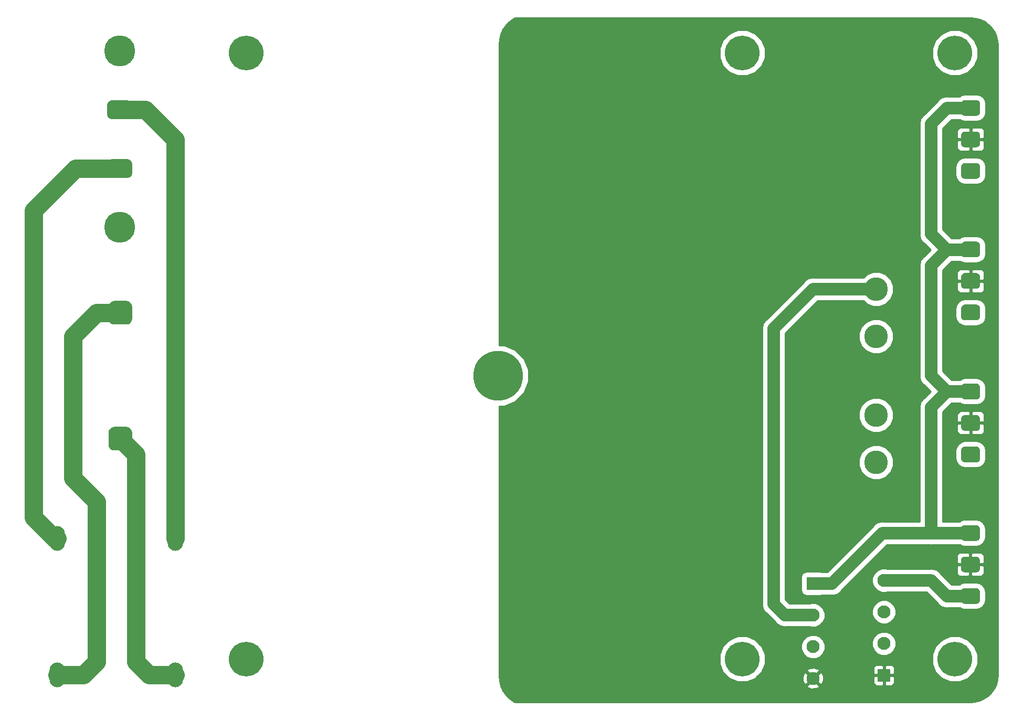
<source format=gbr>
G04 #@! TF.GenerationSoftware,KiCad,Pcbnew,(5.0.1)-4*
G04 #@! TF.CreationDate,2019-03-08T22:54:25+01:00*
G04 #@! TF.ProjectId,PSU - Transformer,505355202D205472616E73666F726D65,rev?*
G04 #@! TF.SameCoordinates,Original*
G04 #@! TF.FileFunction,Copper,L1,Top,Signal*
G04 #@! TF.FilePolarity,Positive*
%FSLAX46Y46*%
G04 Gerber Fmt 4.6, Leading zero omitted, Abs format (unit mm)*
G04 Created by KiCad (PCBNEW (5.0.1)-4) date 3/8/2019 10:54:25 PM*
%MOMM*%
%LPD*%
G01*
G04 APERTURE LIST*
G04 #@! TA.AperFunction,ComponentPad*
%ADD10C,5.600000*%
G04 #@! TD*
G04 #@! TA.AperFunction,ComponentPad*
%ADD11C,2.100000*%
G04 #@! TD*
G04 #@! TA.AperFunction,ComponentPad*
%ADD12R,2.100000X2.100000*%
G04 #@! TD*
G04 #@! TA.AperFunction,ComponentPad*
%ADD13O,2.500000X4.000000*%
G04 #@! TD*
G04 #@! TA.AperFunction,Conductor*
%ADD14C,0.100000*%
G04 #@! TD*
G04 #@! TA.AperFunction,ComponentPad*
%ADD15C,3.000000*%
G04 #@! TD*
G04 #@! TA.AperFunction,WasherPad*
%ADD16C,5.000000*%
G04 #@! TD*
G04 #@! TA.AperFunction,ComponentPad*
%ADD17C,2.540000*%
G04 #@! TD*
G04 #@! TA.AperFunction,ComponentPad*
%ADD18C,3.810000*%
G04 #@! TD*
G04 #@! TA.AperFunction,WasherPad*
%ADD19C,8.000000*%
G04 #@! TD*
G04 #@! TA.AperFunction,Conductor*
%ADD20C,3.000000*%
G04 #@! TD*
G04 #@! TA.AperFunction,Conductor*
%ADD21C,2.000000*%
G04 #@! TD*
G04 #@! TA.AperFunction,Conductor*
%ADD22C,0.254000*%
G04 #@! TD*
G04 APERTURE END LIST*
D10*
G04 #@! TO.P,,1*
G04 #@! TO.N,N/C*
X106680000Y-132080000D03*
G04 #@! TD*
G04 #@! TO.P,,1*
G04 #@! TO.N,N/C*
X220980000Y-34290000D03*
G04 #@! TD*
G04 #@! TO.P,,1*
G04 #@! TO.N,N/C*
X106680000Y-34290000D03*
G04 #@! TD*
G04 #@! TO.P,,1*
G04 #@! TO.N,N/C*
X186690000Y-34290000D03*
G04 #@! TD*
G04 #@! TO.P,,1*
G04 #@! TO.N,N/C*
X186690000Y-132080000D03*
G04 #@! TD*
G04 #@! TO.P,,1*
G04 #@! TO.N,N/C*
X220980000Y-132080000D03*
G04 #@! TD*
D11*
G04 #@! TO.P,D1,3*
G04 #@! TO.N,Net-(D1-Pad3)*
X198120000Y-130080000D03*
G04 #@! TO.P,D1,4*
G04 #@! TO.N,GND*
X198120000Y-135180000D03*
G04 #@! TO.P,D1,2*
G04 #@! TO.N,Net-(D1-Pad2)*
X198120000Y-124980000D03*
D12*
G04 #@! TO.P,D1,1*
G04 #@! TO.N,+12_IN*
X198120000Y-119880000D03*
G04 #@! TD*
G04 #@! TO.P,D2,1*
G04 #@! TO.N,GND*
X209550000Y-134680000D03*
D11*
G04 #@! TO.P,D2,2*
G04 #@! TO.N,Net-(D2-Pad2)*
X209550000Y-129580000D03*
G04 #@! TO.P,D2,4*
G04 #@! TO.N,-12_IN*
X209550000Y-119380000D03*
G04 #@! TO.P,D2,3*
G04 #@! TO.N,Net-(D2-Pad3)*
X209550000Y-124480000D03*
G04 #@! TD*
D13*
G04 #@! TO.P,F1,2*
G04 #@! TO.N,Net-(F1-Pad2)*
X76200000Y-112620000D03*
G04 #@! TO.P,F1,1*
G04 #@! TO.N,Net-(F1-Pad1)*
X76200000Y-134620000D03*
G04 #@! TD*
G04 #@! TO.P,F2,1*
G04 #@! TO.N,Net-(F2-Pad1)*
X95250000Y-134620000D03*
G04 #@! TO.P,F2,2*
G04 #@! TO.N,Net-(F2-Pad2)*
X95250000Y-112620000D03*
G04 #@! TD*
D14*
G04 #@! TO.N,Net-(F1-Pad2)*
G04 #@! TO.C,J1*
G36*
X87581913Y-51437411D02*
X87654718Y-51448211D01*
X87726114Y-51466095D01*
X87795413Y-51490890D01*
X87861948Y-51522359D01*
X87925078Y-51560198D01*
X87984195Y-51604042D01*
X88038730Y-51653470D01*
X88088158Y-51708005D01*
X88132002Y-51767122D01*
X88169841Y-51830252D01*
X88201310Y-51896787D01*
X88226105Y-51966086D01*
X88243989Y-52037482D01*
X88254789Y-52110287D01*
X88258400Y-52183800D01*
X88258400Y-53683800D01*
X88254789Y-53757313D01*
X88243989Y-53830118D01*
X88226105Y-53901514D01*
X88201310Y-53970813D01*
X88169841Y-54037348D01*
X88132002Y-54100478D01*
X88088158Y-54159595D01*
X88038730Y-54214130D01*
X87984195Y-54263558D01*
X87925078Y-54307402D01*
X87861948Y-54345241D01*
X87795413Y-54376710D01*
X87726114Y-54401505D01*
X87654718Y-54419389D01*
X87581913Y-54430189D01*
X87508400Y-54433800D01*
X85008400Y-54433800D01*
X84934887Y-54430189D01*
X84862082Y-54419389D01*
X84790686Y-54401505D01*
X84721387Y-54376710D01*
X84654852Y-54345241D01*
X84591722Y-54307402D01*
X84532605Y-54263558D01*
X84478070Y-54214130D01*
X84428642Y-54159595D01*
X84384798Y-54100478D01*
X84346959Y-54037348D01*
X84315490Y-53970813D01*
X84290695Y-53901514D01*
X84272811Y-53830118D01*
X84262011Y-53757313D01*
X84258400Y-53683800D01*
X84258400Y-52183800D01*
X84262011Y-52110287D01*
X84272811Y-52037482D01*
X84290695Y-51966086D01*
X84315490Y-51896787D01*
X84346959Y-51830252D01*
X84384798Y-51767122D01*
X84428642Y-51708005D01*
X84478070Y-51653470D01*
X84532605Y-51604042D01*
X84591722Y-51560198D01*
X84654852Y-51522359D01*
X84721387Y-51490890D01*
X84790686Y-51466095D01*
X84862082Y-51448211D01*
X84934887Y-51437411D01*
X85008400Y-51433800D01*
X87508400Y-51433800D01*
X87581913Y-51437411D01*
X87581913Y-51437411D01*
G37*
D15*
G04 #@! TD*
G04 #@! TO.P,J1,1*
G04 #@! TO.N,Net-(F1-Pad2)*
X86258400Y-52933800D03*
D14*
G04 #@! TO.N,Net-(F2-Pad2)*
G04 #@! TO.C,J1*
G36*
X87581913Y-41937411D02*
X87654718Y-41948211D01*
X87726114Y-41966095D01*
X87795413Y-41990890D01*
X87861948Y-42022359D01*
X87925078Y-42060198D01*
X87984195Y-42104042D01*
X88038730Y-42153470D01*
X88088158Y-42208005D01*
X88132002Y-42267122D01*
X88169841Y-42330252D01*
X88201310Y-42396787D01*
X88226105Y-42466086D01*
X88243989Y-42537482D01*
X88254789Y-42610287D01*
X88258400Y-42683800D01*
X88258400Y-44183800D01*
X88254789Y-44257313D01*
X88243989Y-44330118D01*
X88226105Y-44401514D01*
X88201310Y-44470813D01*
X88169841Y-44537348D01*
X88132002Y-44600478D01*
X88088158Y-44659595D01*
X88038730Y-44714130D01*
X87984195Y-44763558D01*
X87925078Y-44807402D01*
X87861948Y-44845241D01*
X87795413Y-44876710D01*
X87726114Y-44901505D01*
X87654718Y-44919389D01*
X87581913Y-44930189D01*
X87508400Y-44933800D01*
X85008400Y-44933800D01*
X84934887Y-44930189D01*
X84862082Y-44919389D01*
X84790686Y-44901505D01*
X84721387Y-44876710D01*
X84654852Y-44845241D01*
X84591722Y-44807402D01*
X84532605Y-44763558D01*
X84478070Y-44714130D01*
X84428642Y-44659595D01*
X84384798Y-44600478D01*
X84346959Y-44537348D01*
X84315490Y-44470813D01*
X84290695Y-44401514D01*
X84272811Y-44330118D01*
X84262011Y-44257313D01*
X84258400Y-44183800D01*
X84258400Y-42683800D01*
X84262011Y-42610287D01*
X84272811Y-42537482D01*
X84290695Y-42466086D01*
X84315490Y-42396787D01*
X84346959Y-42330252D01*
X84384798Y-42267122D01*
X84428642Y-42208005D01*
X84478070Y-42153470D01*
X84532605Y-42104042D01*
X84591722Y-42060198D01*
X84654852Y-42022359D01*
X84721387Y-41990890D01*
X84790686Y-41966095D01*
X84862082Y-41948211D01*
X84934887Y-41937411D01*
X85008400Y-41933800D01*
X87508400Y-41933800D01*
X87581913Y-41937411D01*
X87581913Y-41937411D01*
G37*
D15*
G04 #@! TD*
G04 #@! TO.P,J1,2*
G04 #@! TO.N,Net-(F2-Pad2)*
X86258400Y-43433800D03*
D16*
G04 #@! TO.P,J1,*
G04 #@! TO.N,*
X86258400Y-33933800D03*
X86258400Y-62433800D03*
G04 #@! TD*
D14*
G04 #@! TO.N,+12_IN*
G04 #@! TO.C,J2*
G36*
X224487241Y-41887658D02*
X224548882Y-41896801D01*
X224609331Y-41911943D01*
X224668004Y-41932936D01*
X224724337Y-41959580D01*
X224777787Y-41991617D01*
X224827840Y-42028738D01*
X224874013Y-42070587D01*
X224915862Y-42116760D01*
X224952983Y-42166813D01*
X224985020Y-42220263D01*
X225011664Y-42276596D01*
X225032657Y-42335269D01*
X225047799Y-42395718D01*
X225056942Y-42457359D01*
X225060000Y-42519600D01*
X225060000Y-43789600D01*
X225056942Y-43851841D01*
X225047799Y-43913482D01*
X225032657Y-43973931D01*
X225011664Y-44032604D01*
X224985020Y-44088937D01*
X224952983Y-44142387D01*
X224915862Y-44192440D01*
X224874013Y-44238613D01*
X224827840Y-44280462D01*
X224777787Y-44317583D01*
X224724337Y-44349620D01*
X224668004Y-44376264D01*
X224609331Y-44397257D01*
X224548882Y-44412399D01*
X224487241Y-44421542D01*
X224425000Y-44424600D01*
X222615000Y-44424600D01*
X222552759Y-44421542D01*
X222491118Y-44412399D01*
X222430669Y-44397257D01*
X222371996Y-44376264D01*
X222315663Y-44349620D01*
X222262213Y-44317583D01*
X222212160Y-44280462D01*
X222165987Y-44238613D01*
X222124138Y-44192440D01*
X222087017Y-44142387D01*
X222054980Y-44088937D01*
X222028336Y-44032604D01*
X222007343Y-43973931D01*
X221992201Y-43913482D01*
X221983058Y-43851841D01*
X221980000Y-43789600D01*
X221980000Y-42519600D01*
X221983058Y-42457359D01*
X221992201Y-42395718D01*
X222007343Y-42335269D01*
X222028336Y-42276596D01*
X222054980Y-42220263D01*
X222087017Y-42166813D01*
X222124138Y-42116760D01*
X222165987Y-42070587D01*
X222212160Y-42028738D01*
X222262213Y-41991617D01*
X222315663Y-41959580D01*
X222371996Y-41932936D01*
X222430669Y-41911943D01*
X222491118Y-41896801D01*
X222552759Y-41887658D01*
X222615000Y-41884600D01*
X224425000Y-41884600D01*
X224487241Y-41887658D01*
X224487241Y-41887658D01*
G37*
D17*
G04 #@! TD*
G04 #@! TO.P,J2,1*
G04 #@! TO.N,+12_IN*
X223520000Y-43154600D03*
D14*
G04 #@! TO.N,GND*
G04 #@! TO.C,J2*
G36*
X224487241Y-46967658D02*
X224548882Y-46976801D01*
X224609331Y-46991943D01*
X224668004Y-47012936D01*
X224724337Y-47039580D01*
X224777787Y-47071617D01*
X224827840Y-47108738D01*
X224874013Y-47150587D01*
X224915862Y-47196760D01*
X224952983Y-47246813D01*
X224985020Y-47300263D01*
X225011664Y-47356596D01*
X225032657Y-47415269D01*
X225047799Y-47475718D01*
X225056942Y-47537359D01*
X225060000Y-47599600D01*
X225060000Y-48869600D01*
X225056942Y-48931841D01*
X225047799Y-48993482D01*
X225032657Y-49053931D01*
X225011664Y-49112604D01*
X224985020Y-49168937D01*
X224952983Y-49222387D01*
X224915862Y-49272440D01*
X224874013Y-49318613D01*
X224827840Y-49360462D01*
X224777787Y-49397583D01*
X224724337Y-49429620D01*
X224668004Y-49456264D01*
X224609331Y-49477257D01*
X224548882Y-49492399D01*
X224487241Y-49501542D01*
X224425000Y-49504600D01*
X222615000Y-49504600D01*
X222552759Y-49501542D01*
X222491118Y-49492399D01*
X222430669Y-49477257D01*
X222371996Y-49456264D01*
X222315663Y-49429620D01*
X222262213Y-49397583D01*
X222212160Y-49360462D01*
X222165987Y-49318613D01*
X222124138Y-49272440D01*
X222087017Y-49222387D01*
X222054980Y-49168937D01*
X222028336Y-49112604D01*
X222007343Y-49053931D01*
X221992201Y-48993482D01*
X221983058Y-48931841D01*
X221980000Y-48869600D01*
X221980000Y-47599600D01*
X221983058Y-47537359D01*
X221992201Y-47475718D01*
X222007343Y-47415269D01*
X222028336Y-47356596D01*
X222054980Y-47300263D01*
X222087017Y-47246813D01*
X222124138Y-47196760D01*
X222165987Y-47150587D01*
X222212160Y-47108738D01*
X222262213Y-47071617D01*
X222315663Y-47039580D01*
X222371996Y-47012936D01*
X222430669Y-46991943D01*
X222491118Y-46976801D01*
X222552759Y-46967658D01*
X222615000Y-46964600D01*
X224425000Y-46964600D01*
X224487241Y-46967658D01*
X224487241Y-46967658D01*
G37*
D17*
G04 #@! TD*
G04 #@! TO.P,J2,2*
G04 #@! TO.N,GND*
X223520000Y-48234600D03*
D14*
G04 #@! TO.N,-12_IN*
G04 #@! TO.C,J2*
G36*
X224487241Y-52047658D02*
X224548882Y-52056801D01*
X224609331Y-52071943D01*
X224668004Y-52092936D01*
X224724337Y-52119580D01*
X224777787Y-52151617D01*
X224827840Y-52188738D01*
X224874013Y-52230587D01*
X224915862Y-52276760D01*
X224952983Y-52326813D01*
X224985020Y-52380263D01*
X225011664Y-52436596D01*
X225032657Y-52495269D01*
X225047799Y-52555718D01*
X225056942Y-52617359D01*
X225060000Y-52679600D01*
X225060000Y-53949600D01*
X225056942Y-54011841D01*
X225047799Y-54073482D01*
X225032657Y-54133931D01*
X225011664Y-54192604D01*
X224985020Y-54248937D01*
X224952983Y-54302387D01*
X224915862Y-54352440D01*
X224874013Y-54398613D01*
X224827840Y-54440462D01*
X224777787Y-54477583D01*
X224724337Y-54509620D01*
X224668004Y-54536264D01*
X224609331Y-54557257D01*
X224548882Y-54572399D01*
X224487241Y-54581542D01*
X224425000Y-54584600D01*
X222615000Y-54584600D01*
X222552759Y-54581542D01*
X222491118Y-54572399D01*
X222430669Y-54557257D01*
X222371996Y-54536264D01*
X222315663Y-54509620D01*
X222262213Y-54477583D01*
X222212160Y-54440462D01*
X222165987Y-54398613D01*
X222124138Y-54352440D01*
X222087017Y-54302387D01*
X222054980Y-54248937D01*
X222028336Y-54192604D01*
X222007343Y-54133931D01*
X221992201Y-54073482D01*
X221983058Y-54011841D01*
X221980000Y-53949600D01*
X221980000Y-52679600D01*
X221983058Y-52617359D01*
X221992201Y-52555718D01*
X222007343Y-52495269D01*
X222028336Y-52436596D01*
X222054980Y-52380263D01*
X222087017Y-52326813D01*
X222124138Y-52276760D01*
X222165987Y-52230587D01*
X222212160Y-52188738D01*
X222262213Y-52151617D01*
X222315663Y-52119580D01*
X222371996Y-52092936D01*
X222430669Y-52071943D01*
X222491118Y-52056801D01*
X222552759Y-52047658D01*
X222615000Y-52044600D01*
X224425000Y-52044600D01*
X224487241Y-52047658D01*
X224487241Y-52047658D01*
G37*
D17*
G04 #@! TD*
G04 #@! TO.P,J2,3*
G04 #@! TO.N,-12_IN*
X223520000Y-53314600D03*
D14*
G04 #@! TO.N,-12_IN*
G04 #@! TO.C,J3*
G36*
X224487241Y-74882258D02*
X224548882Y-74891401D01*
X224609331Y-74906543D01*
X224668004Y-74927536D01*
X224724337Y-74954180D01*
X224777787Y-74986217D01*
X224827840Y-75023338D01*
X224874013Y-75065187D01*
X224915862Y-75111360D01*
X224952983Y-75161413D01*
X224985020Y-75214863D01*
X225011664Y-75271196D01*
X225032657Y-75329869D01*
X225047799Y-75390318D01*
X225056942Y-75451959D01*
X225060000Y-75514200D01*
X225060000Y-76784200D01*
X225056942Y-76846441D01*
X225047799Y-76908082D01*
X225032657Y-76968531D01*
X225011664Y-77027204D01*
X224985020Y-77083537D01*
X224952983Y-77136987D01*
X224915862Y-77187040D01*
X224874013Y-77233213D01*
X224827840Y-77275062D01*
X224777787Y-77312183D01*
X224724337Y-77344220D01*
X224668004Y-77370864D01*
X224609331Y-77391857D01*
X224548882Y-77406999D01*
X224487241Y-77416142D01*
X224425000Y-77419200D01*
X222615000Y-77419200D01*
X222552759Y-77416142D01*
X222491118Y-77406999D01*
X222430669Y-77391857D01*
X222371996Y-77370864D01*
X222315663Y-77344220D01*
X222262213Y-77312183D01*
X222212160Y-77275062D01*
X222165987Y-77233213D01*
X222124138Y-77187040D01*
X222087017Y-77136987D01*
X222054980Y-77083537D01*
X222028336Y-77027204D01*
X222007343Y-76968531D01*
X221992201Y-76908082D01*
X221983058Y-76846441D01*
X221980000Y-76784200D01*
X221980000Y-75514200D01*
X221983058Y-75451959D01*
X221992201Y-75390318D01*
X222007343Y-75329869D01*
X222028336Y-75271196D01*
X222054980Y-75214863D01*
X222087017Y-75161413D01*
X222124138Y-75111360D01*
X222165987Y-75065187D01*
X222212160Y-75023338D01*
X222262213Y-74986217D01*
X222315663Y-74954180D01*
X222371996Y-74927536D01*
X222430669Y-74906543D01*
X222491118Y-74891401D01*
X222552759Y-74882258D01*
X222615000Y-74879200D01*
X224425000Y-74879200D01*
X224487241Y-74882258D01*
X224487241Y-74882258D01*
G37*
D17*
G04 #@! TD*
G04 #@! TO.P,J3,3*
G04 #@! TO.N,-12_IN*
X223520000Y-76149200D03*
D14*
G04 #@! TO.N,GND*
G04 #@! TO.C,J3*
G36*
X224487241Y-69802258D02*
X224548882Y-69811401D01*
X224609331Y-69826543D01*
X224668004Y-69847536D01*
X224724337Y-69874180D01*
X224777787Y-69906217D01*
X224827840Y-69943338D01*
X224874013Y-69985187D01*
X224915862Y-70031360D01*
X224952983Y-70081413D01*
X224985020Y-70134863D01*
X225011664Y-70191196D01*
X225032657Y-70249869D01*
X225047799Y-70310318D01*
X225056942Y-70371959D01*
X225060000Y-70434200D01*
X225060000Y-71704200D01*
X225056942Y-71766441D01*
X225047799Y-71828082D01*
X225032657Y-71888531D01*
X225011664Y-71947204D01*
X224985020Y-72003537D01*
X224952983Y-72056987D01*
X224915862Y-72107040D01*
X224874013Y-72153213D01*
X224827840Y-72195062D01*
X224777787Y-72232183D01*
X224724337Y-72264220D01*
X224668004Y-72290864D01*
X224609331Y-72311857D01*
X224548882Y-72326999D01*
X224487241Y-72336142D01*
X224425000Y-72339200D01*
X222615000Y-72339200D01*
X222552759Y-72336142D01*
X222491118Y-72326999D01*
X222430669Y-72311857D01*
X222371996Y-72290864D01*
X222315663Y-72264220D01*
X222262213Y-72232183D01*
X222212160Y-72195062D01*
X222165987Y-72153213D01*
X222124138Y-72107040D01*
X222087017Y-72056987D01*
X222054980Y-72003537D01*
X222028336Y-71947204D01*
X222007343Y-71888531D01*
X221992201Y-71828082D01*
X221983058Y-71766441D01*
X221980000Y-71704200D01*
X221980000Y-70434200D01*
X221983058Y-70371959D01*
X221992201Y-70310318D01*
X222007343Y-70249869D01*
X222028336Y-70191196D01*
X222054980Y-70134863D01*
X222087017Y-70081413D01*
X222124138Y-70031360D01*
X222165987Y-69985187D01*
X222212160Y-69943338D01*
X222262213Y-69906217D01*
X222315663Y-69874180D01*
X222371996Y-69847536D01*
X222430669Y-69826543D01*
X222491118Y-69811401D01*
X222552759Y-69802258D01*
X222615000Y-69799200D01*
X224425000Y-69799200D01*
X224487241Y-69802258D01*
X224487241Y-69802258D01*
G37*
D17*
G04 #@! TD*
G04 #@! TO.P,J3,2*
G04 #@! TO.N,GND*
X223520000Y-71069200D03*
D14*
G04 #@! TO.N,+12_IN*
G04 #@! TO.C,J3*
G36*
X224487241Y-64722258D02*
X224548882Y-64731401D01*
X224609331Y-64746543D01*
X224668004Y-64767536D01*
X224724337Y-64794180D01*
X224777787Y-64826217D01*
X224827840Y-64863338D01*
X224874013Y-64905187D01*
X224915862Y-64951360D01*
X224952983Y-65001413D01*
X224985020Y-65054863D01*
X225011664Y-65111196D01*
X225032657Y-65169869D01*
X225047799Y-65230318D01*
X225056942Y-65291959D01*
X225060000Y-65354200D01*
X225060000Y-66624200D01*
X225056942Y-66686441D01*
X225047799Y-66748082D01*
X225032657Y-66808531D01*
X225011664Y-66867204D01*
X224985020Y-66923537D01*
X224952983Y-66976987D01*
X224915862Y-67027040D01*
X224874013Y-67073213D01*
X224827840Y-67115062D01*
X224777787Y-67152183D01*
X224724337Y-67184220D01*
X224668004Y-67210864D01*
X224609331Y-67231857D01*
X224548882Y-67246999D01*
X224487241Y-67256142D01*
X224425000Y-67259200D01*
X222615000Y-67259200D01*
X222552759Y-67256142D01*
X222491118Y-67246999D01*
X222430669Y-67231857D01*
X222371996Y-67210864D01*
X222315663Y-67184220D01*
X222262213Y-67152183D01*
X222212160Y-67115062D01*
X222165987Y-67073213D01*
X222124138Y-67027040D01*
X222087017Y-66976987D01*
X222054980Y-66923537D01*
X222028336Y-66867204D01*
X222007343Y-66808531D01*
X221992201Y-66748082D01*
X221983058Y-66686441D01*
X221980000Y-66624200D01*
X221980000Y-65354200D01*
X221983058Y-65291959D01*
X221992201Y-65230318D01*
X222007343Y-65169869D01*
X222028336Y-65111196D01*
X222054980Y-65054863D01*
X222087017Y-65001413D01*
X222124138Y-64951360D01*
X222165987Y-64905187D01*
X222212160Y-64863338D01*
X222262213Y-64826217D01*
X222315663Y-64794180D01*
X222371996Y-64767536D01*
X222430669Y-64746543D01*
X222491118Y-64731401D01*
X222552759Y-64722258D01*
X222615000Y-64719200D01*
X224425000Y-64719200D01*
X224487241Y-64722258D01*
X224487241Y-64722258D01*
G37*
D17*
G04 #@! TD*
G04 #@! TO.P,J3,1*
G04 #@! TO.N,+12_IN*
X223520000Y-65989200D03*
D14*
G04 #@! TO.N,+12_IN*
G04 #@! TO.C,J4*
G36*
X224487241Y-87633058D02*
X224548882Y-87642201D01*
X224609331Y-87657343D01*
X224668004Y-87678336D01*
X224724337Y-87704980D01*
X224777787Y-87737017D01*
X224827840Y-87774138D01*
X224874013Y-87815987D01*
X224915862Y-87862160D01*
X224952983Y-87912213D01*
X224985020Y-87965663D01*
X225011664Y-88021996D01*
X225032657Y-88080669D01*
X225047799Y-88141118D01*
X225056942Y-88202759D01*
X225060000Y-88265000D01*
X225060000Y-89535000D01*
X225056942Y-89597241D01*
X225047799Y-89658882D01*
X225032657Y-89719331D01*
X225011664Y-89778004D01*
X224985020Y-89834337D01*
X224952983Y-89887787D01*
X224915862Y-89937840D01*
X224874013Y-89984013D01*
X224827840Y-90025862D01*
X224777787Y-90062983D01*
X224724337Y-90095020D01*
X224668004Y-90121664D01*
X224609331Y-90142657D01*
X224548882Y-90157799D01*
X224487241Y-90166942D01*
X224425000Y-90170000D01*
X222615000Y-90170000D01*
X222552759Y-90166942D01*
X222491118Y-90157799D01*
X222430669Y-90142657D01*
X222371996Y-90121664D01*
X222315663Y-90095020D01*
X222262213Y-90062983D01*
X222212160Y-90025862D01*
X222165987Y-89984013D01*
X222124138Y-89937840D01*
X222087017Y-89887787D01*
X222054980Y-89834337D01*
X222028336Y-89778004D01*
X222007343Y-89719331D01*
X221992201Y-89658882D01*
X221983058Y-89597241D01*
X221980000Y-89535000D01*
X221980000Y-88265000D01*
X221983058Y-88202759D01*
X221992201Y-88141118D01*
X222007343Y-88080669D01*
X222028336Y-88021996D01*
X222054980Y-87965663D01*
X222087017Y-87912213D01*
X222124138Y-87862160D01*
X222165987Y-87815987D01*
X222212160Y-87774138D01*
X222262213Y-87737017D01*
X222315663Y-87704980D01*
X222371996Y-87678336D01*
X222430669Y-87657343D01*
X222491118Y-87642201D01*
X222552759Y-87633058D01*
X222615000Y-87630000D01*
X224425000Y-87630000D01*
X224487241Y-87633058D01*
X224487241Y-87633058D01*
G37*
D17*
G04 #@! TD*
G04 #@! TO.P,J4,1*
G04 #@! TO.N,+12_IN*
X223520000Y-88900000D03*
D14*
G04 #@! TO.N,GND*
G04 #@! TO.C,J4*
G36*
X224487241Y-92713058D02*
X224548882Y-92722201D01*
X224609331Y-92737343D01*
X224668004Y-92758336D01*
X224724337Y-92784980D01*
X224777787Y-92817017D01*
X224827840Y-92854138D01*
X224874013Y-92895987D01*
X224915862Y-92942160D01*
X224952983Y-92992213D01*
X224985020Y-93045663D01*
X225011664Y-93101996D01*
X225032657Y-93160669D01*
X225047799Y-93221118D01*
X225056942Y-93282759D01*
X225060000Y-93345000D01*
X225060000Y-94615000D01*
X225056942Y-94677241D01*
X225047799Y-94738882D01*
X225032657Y-94799331D01*
X225011664Y-94858004D01*
X224985020Y-94914337D01*
X224952983Y-94967787D01*
X224915862Y-95017840D01*
X224874013Y-95064013D01*
X224827840Y-95105862D01*
X224777787Y-95142983D01*
X224724337Y-95175020D01*
X224668004Y-95201664D01*
X224609331Y-95222657D01*
X224548882Y-95237799D01*
X224487241Y-95246942D01*
X224425000Y-95250000D01*
X222615000Y-95250000D01*
X222552759Y-95246942D01*
X222491118Y-95237799D01*
X222430669Y-95222657D01*
X222371996Y-95201664D01*
X222315663Y-95175020D01*
X222262213Y-95142983D01*
X222212160Y-95105862D01*
X222165987Y-95064013D01*
X222124138Y-95017840D01*
X222087017Y-94967787D01*
X222054980Y-94914337D01*
X222028336Y-94858004D01*
X222007343Y-94799331D01*
X221992201Y-94738882D01*
X221983058Y-94677241D01*
X221980000Y-94615000D01*
X221980000Y-93345000D01*
X221983058Y-93282759D01*
X221992201Y-93221118D01*
X222007343Y-93160669D01*
X222028336Y-93101996D01*
X222054980Y-93045663D01*
X222087017Y-92992213D01*
X222124138Y-92942160D01*
X222165987Y-92895987D01*
X222212160Y-92854138D01*
X222262213Y-92817017D01*
X222315663Y-92784980D01*
X222371996Y-92758336D01*
X222430669Y-92737343D01*
X222491118Y-92722201D01*
X222552759Y-92713058D01*
X222615000Y-92710000D01*
X224425000Y-92710000D01*
X224487241Y-92713058D01*
X224487241Y-92713058D01*
G37*
D17*
G04 #@! TD*
G04 #@! TO.P,J4,2*
G04 #@! TO.N,GND*
X223520000Y-93980000D03*
D14*
G04 #@! TO.N,-12_IN*
G04 #@! TO.C,J4*
G36*
X224487241Y-97793058D02*
X224548882Y-97802201D01*
X224609331Y-97817343D01*
X224668004Y-97838336D01*
X224724337Y-97864980D01*
X224777787Y-97897017D01*
X224827840Y-97934138D01*
X224874013Y-97975987D01*
X224915862Y-98022160D01*
X224952983Y-98072213D01*
X224985020Y-98125663D01*
X225011664Y-98181996D01*
X225032657Y-98240669D01*
X225047799Y-98301118D01*
X225056942Y-98362759D01*
X225060000Y-98425000D01*
X225060000Y-99695000D01*
X225056942Y-99757241D01*
X225047799Y-99818882D01*
X225032657Y-99879331D01*
X225011664Y-99938004D01*
X224985020Y-99994337D01*
X224952983Y-100047787D01*
X224915862Y-100097840D01*
X224874013Y-100144013D01*
X224827840Y-100185862D01*
X224777787Y-100222983D01*
X224724337Y-100255020D01*
X224668004Y-100281664D01*
X224609331Y-100302657D01*
X224548882Y-100317799D01*
X224487241Y-100326942D01*
X224425000Y-100330000D01*
X222615000Y-100330000D01*
X222552759Y-100326942D01*
X222491118Y-100317799D01*
X222430669Y-100302657D01*
X222371996Y-100281664D01*
X222315663Y-100255020D01*
X222262213Y-100222983D01*
X222212160Y-100185862D01*
X222165987Y-100144013D01*
X222124138Y-100097840D01*
X222087017Y-100047787D01*
X222054980Y-99994337D01*
X222028336Y-99938004D01*
X222007343Y-99879331D01*
X221992201Y-99818882D01*
X221983058Y-99757241D01*
X221980000Y-99695000D01*
X221980000Y-98425000D01*
X221983058Y-98362759D01*
X221992201Y-98301118D01*
X222007343Y-98240669D01*
X222028336Y-98181996D01*
X222054980Y-98125663D01*
X222087017Y-98072213D01*
X222124138Y-98022160D01*
X222165987Y-97975987D01*
X222212160Y-97934138D01*
X222262213Y-97897017D01*
X222315663Y-97864980D01*
X222371996Y-97838336D01*
X222430669Y-97817343D01*
X222491118Y-97802201D01*
X222552759Y-97793058D01*
X222615000Y-97790000D01*
X224425000Y-97790000D01*
X224487241Y-97793058D01*
X224487241Y-97793058D01*
G37*
D17*
G04 #@! TD*
G04 #@! TO.P,J4,3*
G04 #@! TO.N,-12_IN*
X223520000Y-99060000D03*
D14*
G04 #@! TO.N,-12_IN*
G04 #@! TO.C,J5*
G36*
X224461841Y-120627657D02*
X224523482Y-120636800D01*
X224583931Y-120651942D01*
X224642604Y-120672935D01*
X224698937Y-120699579D01*
X224752387Y-120731616D01*
X224802440Y-120768737D01*
X224848613Y-120810586D01*
X224890462Y-120856759D01*
X224927583Y-120906812D01*
X224959620Y-120960262D01*
X224986264Y-121016595D01*
X225007257Y-121075268D01*
X225022399Y-121135717D01*
X225031542Y-121197358D01*
X225034600Y-121259599D01*
X225034600Y-122529599D01*
X225031542Y-122591840D01*
X225022399Y-122653481D01*
X225007257Y-122713930D01*
X224986264Y-122772603D01*
X224959620Y-122828936D01*
X224927583Y-122882386D01*
X224890462Y-122932439D01*
X224848613Y-122978612D01*
X224802440Y-123020461D01*
X224752387Y-123057582D01*
X224698937Y-123089619D01*
X224642604Y-123116263D01*
X224583931Y-123137256D01*
X224523482Y-123152398D01*
X224461841Y-123161541D01*
X224399600Y-123164599D01*
X222589600Y-123164599D01*
X222527359Y-123161541D01*
X222465718Y-123152398D01*
X222405269Y-123137256D01*
X222346596Y-123116263D01*
X222290263Y-123089619D01*
X222236813Y-123057582D01*
X222186760Y-123020461D01*
X222140587Y-122978612D01*
X222098738Y-122932439D01*
X222061617Y-122882386D01*
X222029580Y-122828936D01*
X222002936Y-122772603D01*
X221981943Y-122713930D01*
X221966801Y-122653481D01*
X221957658Y-122591840D01*
X221954600Y-122529599D01*
X221954600Y-121259599D01*
X221957658Y-121197358D01*
X221966801Y-121135717D01*
X221981943Y-121075268D01*
X222002936Y-121016595D01*
X222029580Y-120960262D01*
X222061617Y-120906812D01*
X222098738Y-120856759D01*
X222140587Y-120810586D01*
X222186760Y-120768737D01*
X222236813Y-120731616D01*
X222290263Y-120699579D01*
X222346596Y-120672935D01*
X222405269Y-120651942D01*
X222465718Y-120636800D01*
X222527359Y-120627657D01*
X222589600Y-120624599D01*
X224399600Y-120624599D01*
X224461841Y-120627657D01*
X224461841Y-120627657D01*
G37*
D17*
G04 #@! TD*
G04 #@! TO.P,J5,3*
G04 #@! TO.N,-12_IN*
X223494600Y-121894599D03*
D14*
G04 #@! TO.N,GND*
G04 #@! TO.C,J5*
G36*
X224461841Y-115547657D02*
X224523482Y-115556800D01*
X224583931Y-115571942D01*
X224642604Y-115592935D01*
X224698937Y-115619579D01*
X224752387Y-115651616D01*
X224802440Y-115688737D01*
X224848613Y-115730586D01*
X224890462Y-115776759D01*
X224927583Y-115826812D01*
X224959620Y-115880262D01*
X224986264Y-115936595D01*
X225007257Y-115995268D01*
X225022399Y-116055717D01*
X225031542Y-116117358D01*
X225034600Y-116179599D01*
X225034600Y-117449599D01*
X225031542Y-117511840D01*
X225022399Y-117573481D01*
X225007257Y-117633930D01*
X224986264Y-117692603D01*
X224959620Y-117748936D01*
X224927583Y-117802386D01*
X224890462Y-117852439D01*
X224848613Y-117898612D01*
X224802440Y-117940461D01*
X224752387Y-117977582D01*
X224698937Y-118009619D01*
X224642604Y-118036263D01*
X224583931Y-118057256D01*
X224523482Y-118072398D01*
X224461841Y-118081541D01*
X224399600Y-118084599D01*
X222589600Y-118084599D01*
X222527359Y-118081541D01*
X222465718Y-118072398D01*
X222405269Y-118057256D01*
X222346596Y-118036263D01*
X222290263Y-118009619D01*
X222236813Y-117977582D01*
X222186760Y-117940461D01*
X222140587Y-117898612D01*
X222098738Y-117852439D01*
X222061617Y-117802386D01*
X222029580Y-117748936D01*
X222002936Y-117692603D01*
X221981943Y-117633930D01*
X221966801Y-117573481D01*
X221957658Y-117511840D01*
X221954600Y-117449599D01*
X221954600Y-116179599D01*
X221957658Y-116117358D01*
X221966801Y-116055717D01*
X221981943Y-115995268D01*
X222002936Y-115936595D01*
X222029580Y-115880262D01*
X222061617Y-115826812D01*
X222098738Y-115776759D01*
X222140587Y-115730586D01*
X222186760Y-115688737D01*
X222236813Y-115651616D01*
X222290263Y-115619579D01*
X222346596Y-115592935D01*
X222405269Y-115571942D01*
X222465718Y-115556800D01*
X222527359Y-115547657D01*
X222589600Y-115544599D01*
X224399600Y-115544599D01*
X224461841Y-115547657D01*
X224461841Y-115547657D01*
G37*
D17*
G04 #@! TD*
G04 #@! TO.P,J5,2*
G04 #@! TO.N,GND*
X223494600Y-116814599D03*
D14*
G04 #@! TO.N,+12_IN*
G04 #@! TO.C,J5*
G36*
X224461841Y-110467657D02*
X224523482Y-110476800D01*
X224583931Y-110491942D01*
X224642604Y-110512935D01*
X224698937Y-110539579D01*
X224752387Y-110571616D01*
X224802440Y-110608737D01*
X224848613Y-110650586D01*
X224890462Y-110696759D01*
X224927583Y-110746812D01*
X224959620Y-110800262D01*
X224986264Y-110856595D01*
X225007257Y-110915268D01*
X225022399Y-110975717D01*
X225031542Y-111037358D01*
X225034600Y-111099599D01*
X225034600Y-112369599D01*
X225031542Y-112431840D01*
X225022399Y-112493481D01*
X225007257Y-112553930D01*
X224986264Y-112612603D01*
X224959620Y-112668936D01*
X224927583Y-112722386D01*
X224890462Y-112772439D01*
X224848613Y-112818612D01*
X224802440Y-112860461D01*
X224752387Y-112897582D01*
X224698937Y-112929619D01*
X224642604Y-112956263D01*
X224583931Y-112977256D01*
X224523482Y-112992398D01*
X224461841Y-113001541D01*
X224399600Y-113004599D01*
X222589600Y-113004599D01*
X222527359Y-113001541D01*
X222465718Y-112992398D01*
X222405269Y-112977256D01*
X222346596Y-112956263D01*
X222290263Y-112929619D01*
X222236813Y-112897582D01*
X222186760Y-112860461D01*
X222140587Y-112818612D01*
X222098738Y-112772439D01*
X222061617Y-112722386D01*
X222029580Y-112668936D01*
X222002936Y-112612603D01*
X221981943Y-112553930D01*
X221966801Y-112493481D01*
X221957658Y-112431840D01*
X221954600Y-112369599D01*
X221954600Y-111099599D01*
X221957658Y-111037358D01*
X221966801Y-110975717D01*
X221981943Y-110915268D01*
X222002936Y-110856595D01*
X222029580Y-110800262D01*
X222061617Y-110746812D01*
X222098738Y-110696759D01*
X222140587Y-110650586D01*
X222186760Y-110608737D01*
X222236813Y-110571616D01*
X222290263Y-110539579D01*
X222346596Y-110512935D01*
X222405269Y-110491942D01*
X222465718Y-110476800D01*
X222527359Y-110467657D01*
X222589600Y-110464599D01*
X224399600Y-110464599D01*
X224461841Y-110467657D01*
X224461841Y-110467657D01*
G37*
D17*
G04 #@! TD*
G04 #@! TO.P,J5,1*
G04 #@! TO.N,+12_IN*
X223494600Y-111734599D03*
D14*
G04 #@! TO.N,Net-(F2-Pad1)*
G04 #@! TO.C,T1*
G36*
X87405861Y-94619587D02*
X87498324Y-94633302D01*
X87588996Y-94656014D01*
X87677006Y-94687505D01*
X87761505Y-94727470D01*
X87841681Y-94775525D01*
X87916760Y-94831208D01*
X87986019Y-94893981D01*
X88048792Y-94963240D01*
X88104475Y-95038319D01*
X88152530Y-95118495D01*
X88192495Y-95202994D01*
X88223986Y-95291004D01*
X88246698Y-95381676D01*
X88260413Y-95474139D01*
X88265000Y-95567500D01*
X88265000Y-97472500D01*
X88260413Y-97565861D01*
X88246698Y-97658324D01*
X88223986Y-97748996D01*
X88192495Y-97837006D01*
X88152530Y-97921505D01*
X88104475Y-98001681D01*
X88048792Y-98076760D01*
X87986019Y-98146019D01*
X87916760Y-98208792D01*
X87841681Y-98264475D01*
X87761505Y-98312530D01*
X87677006Y-98352495D01*
X87588996Y-98383986D01*
X87498324Y-98406698D01*
X87405861Y-98420413D01*
X87312500Y-98425000D01*
X85407500Y-98425000D01*
X85314139Y-98420413D01*
X85221676Y-98406698D01*
X85131004Y-98383986D01*
X85042994Y-98352495D01*
X84958495Y-98312530D01*
X84878319Y-98264475D01*
X84803240Y-98208792D01*
X84733981Y-98146019D01*
X84671208Y-98076760D01*
X84615525Y-98001681D01*
X84567470Y-97921505D01*
X84527505Y-97837006D01*
X84496014Y-97748996D01*
X84473302Y-97658324D01*
X84459587Y-97565861D01*
X84455000Y-97472500D01*
X84455000Y-95567500D01*
X84459587Y-95474139D01*
X84473302Y-95381676D01*
X84496014Y-95291004D01*
X84527505Y-95202994D01*
X84567470Y-95118495D01*
X84615525Y-95038319D01*
X84671208Y-94963240D01*
X84733981Y-94893981D01*
X84803240Y-94831208D01*
X84878319Y-94775525D01*
X84958495Y-94727470D01*
X85042994Y-94687505D01*
X85131004Y-94656014D01*
X85221676Y-94633302D01*
X85314139Y-94619587D01*
X85407500Y-94615000D01*
X87312500Y-94615000D01*
X87405861Y-94619587D01*
X87405861Y-94619587D01*
G37*
D18*
G04 #@! TD*
G04 #@! TO.P,T1,2*
G04 #@! TO.N,Net-(F2-Pad1)*
X86360000Y-96520000D03*
G04 #@! TO.P,T1,4*
G04 #@! TO.N,Net-(D1-Pad3)*
X208280000Y-80010000D03*
G04 #@! TO.P,T1,5*
G04 #@! TO.N,Net-(D2-Pad3)*
X208280000Y-92710000D03*
G04 #@! TO.P,T1,6*
G04 #@! TO.N,Net-(D2-Pad2)*
X208280000Y-100330000D03*
G04 #@! TO.P,T1,3*
G04 #@! TO.N,Net-(D1-Pad2)*
X208280000Y-72390000D03*
D14*
G04 #@! TD*
G04 #@! TO.N,Net-(F1-Pad1)*
G04 #@! TO.C,T1*
G36*
X87405861Y-74299587D02*
X87498324Y-74313302D01*
X87588996Y-74336014D01*
X87677006Y-74367505D01*
X87761505Y-74407470D01*
X87841681Y-74455525D01*
X87916760Y-74511208D01*
X87986019Y-74573981D01*
X88048792Y-74643240D01*
X88104475Y-74718319D01*
X88152530Y-74798495D01*
X88192495Y-74882994D01*
X88223986Y-74971004D01*
X88246698Y-75061676D01*
X88260413Y-75154139D01*
X88265000Y-75247500D01*
X88265000Y-77152500D01*
X88260413Y-77245861D01*
X88246698Y-77338324D01*
X88223986Y-77428996D01*
X88192495Y-77517006D01*
X88152530Y-77601505D01*
X88104475Y-77681681D01*
X88048792Y-77756760D01*
X87986019Y-77826019D01*
X87916760Y-77888792D01*
X87841681Y-77944475D01*
X87761505Y-77992530D01*
X87677006Y-78032495D01*
X87588996Y-78063986D01*
X87498324Y-78086698D01*
X87405861Y-78100413D01*
X87312500Y-78105000D01*
X85407500Y-78105000D01*
X85314139Y-78100413D01*
X85221676Y-78086698D01*
X85131004Y-78063986D01*
X85042994Y-78032495D01*
X84958495Y-77992530D01*
X84878319Y-77944475D01*
X84803240Y-77888792D01*
X84733981Y-77826019D01*
X84671208Y-77756760D01*
X84615525Y-77681681D01*
X84567470Y-77601505D01*
X84527505Y-77517006D01*
X84496014Y-77428996D01*
X84473302Y-77338324D01*
X84459587Y-77245861D01*
X84455000Y-77152500D01*
X84455000Y-75247500D01*
X84459587Y-75154139D01*
X84473302Y-75061676D01*
X84496014Y-74971004D01*
X84527505Y-74882994D01*
X84567470Y-74798495D01*
X84615525Y-74718319D01*
X84671208Y-74643240D01*
X84733981Y-74573981D01*
X84803240Y-74511208D01*
X84878319Y-74455525D01*
X84958495Y-74407470D01*
X85042994Y-74367505D01*
X85131004Y-74336014D01*
X85221676Y-74313302D01*
X85314139Y-74299587D01*
X85407500Y-74295000D01*
X87312500Y-74295000D01*
X87405861Y-74299587D01*
X87405861Y-74299587D01*
G37*
D18*
G04 #@! TO.P,T1,1*
G04 #@! TO.N,Net-(F1-Pad1)*
X86360000Y-76200000D03*
D19*
G04 #@! TO.P,T1,*
G04 #@! TO.N,*
X147320000Y-86360000D03*
G04 #@! TD*
D20*
G04 #@! TO.N,Net-(F1-Pad2)*
X76200000Y-112620000D02*
X75790000Y-112620000D01*
X72390000Y-109220000D02*
X72390000Y-105410000D01*
X75790000Y-112620000D02*
X72390000Y-109220000D01*
X72390000Y-59690000D02*
X72390000Y-105410000D01*
X72390000Y-105410000D02*
X72390000Y-106680000D01*
X79146200Y-52933800D02*
X72390000Y-59690000D01*
X86258400Y-52933800D02*
X79146200Y-52933800D01*
G04 #@! TO.N,Net-(F1-Pad1)*
X86360000Y-76200000D02*
X82550000Y-76200000D01*
X80450000Y-134620000D02*
X76200000Y-134620000D01*
X82550000Y-76200000D02*
X78740000Y-80010000D01*
X78740000Y-80010000D02*
X78740000Y-102870000D01*
X78740000Y-102870000D02*
X82550000Y-106680000D01*
X82550000Y-106680000D02*
X82550000Y-132520000D01*
X82550000Y-132520000D02*
X80450000Y-134620000D01*
D21*
G04 #@! TO.N,Net-(D1-Pad2)*
X198120000Y-124980000D02*
X193560000Y-124980000D01*
X193560000Y-124980000D02*
X191770000Y-123190000D01*
X191770000Y-123190000D02*
X191770000Y-78740000D01*
X191770000Y-78740000D02*
X198120000Y-72390000D01*
X198120000Y-72390000D02*
X208280000Y-72390000D01*
G04 #@! TO.N,+12_IN*
X221880000Y-111760000D02*
X223520000Y-111760000D01*
X201170000Y-119880000D02*
X209290000Y-111760000D01*
X198120000Y-119880000D02*
X201170000Y-119880000D01*
X217170000Y-111760000D02*
X217170000Y-91440000D01*
X217170000Y-111760000D02*
X221880000Y-111760000D01*
X209290000Y-111760000D02*
X217170000Y-111760000D01*
X219710000Y-88900000D02*
X223520000Y-88900000D01*
X217170000Y-91440000D02*
X219710000Y-88900000D01*
X219710000Y-88900000D02*
X217170000Y-86360000D01*
X217170000Y-86360000D02*
X217170000Y-68580000D01*
X219710000Y-66040000D02*
X223520000Y-66040000D01*
X217170000Y-68580000D02*
X219710000Y-66040000D01*
X219710000Y-66040000D02*
X217170000Y-63500000D01*
X217170000Y-63500000D02*
X217170000Y-45720000D01*
X217170000Y-45720000D02*
X219710000Y-43180000D01*
X219710000Y-43180000D02*
X223520000Y-43180000D01*
G04 #@! TO.N,-12_IN*
X219710000Y-121920000D02*
X223520000Y-121920000D01*
X217170000Y-119380000D02*
X219710000Y-121920000D01*
X209550000Y-119380000D02*
X217170000Y-119380000D01*
D20*
G04 #@! TO.N,Net-(F2-Pad1)*
X91000000Y-134620000D02*
X88900000Y-132520000D01*
X95250000Y-134620000D02*
X91000000Y-134620000D01*
X88900000Y-99060000D02*
X86360000Y-96520000D01*
X88900000Y-132520000D02*
X88900000Y-99060000D01*
G04 #@! TO.N,Net-(F2-Pad2)*
X95250000Y-48260000D02*
X95250000Y-112620000D01*
X88358400Y-43433800D02*
X88358600Y-43434000D01*
X86258400Y-43433800D02*
X88358400Y-43433800D01*
X90424000Y-43434000D02*
X95250000Y-48260000D01*
X88358600Y-43434000D02*
X90424000Y-43434000D01*
G04 #@! TD*
D22*
G04 #@! TO.N,GND*
G36*
X224297803Y-28697139D02*
X225051023Y-28903197D01*
X225755852Y-29239384D01*
X226390002Y-29695065D01*
X226933441Y-30255851D01*
X227368981Y-30904001D01*
X227682862Y-31619043D01*
X227866424Y-32383636D01*
X227915001Y-33045126D01*
X227915000Y-134589494D01*
X227842861Y-135397805D01*
X227636803Y-136151023D01*
X227300616Y-136855852D01*
X226844932Y-137490005D01*
X226284149Y-138033441D01*
X225635996Y-138468982D01*
X224920956Y-138782863D01*
X224156364Y-138966424D01*
X223494887Y-139015000D01*
X150088069Y-139015000D01*
X149883740Y-138919720D01*
X149188012Y-138432566D01*
X148587434Y-137831988D01*
X148100280Y-137136260D01*
X147742363Y-136368703D01*
X197110902Y-136368703D01*
X197215687Y-136640745D01*
X197843526Y-136875619D01*
X198513456Y-136852349D01*
X199024313Y-136640745D01*
X199129098Y-136368703D01*
X198120000Y-135359605D01*
X197110902Y-136368703D01*
X147742363Y-136368703D01*
X147741335Y-136366500D01*
X147521510Y-135546103D01*
X147447000Y-134694452D01*
X147447000Y-131348599D01*
X183013000Y-131348599D01*
X183013000Y-132811401D01*
X183572790Y-134162853D01*
X184607147Y-135197210D01*
X185958599Y-135757000D01*
X187421401Y-135757000D01*
X188772853Y-135197210D01*
X189066537Y-134903526D01*
X196424381Y-134903526D01*
X196447651Y-135573456D01*
X196659255Y-136084313D01*
X196931297Y-136189098D01*
X197940395Y-135180000D01*
X198299605Y-135180000D01*
X199308703Y-136189098D01*
X199580745Y-136084313D01*
X199815619Y-135456474D01*
X199798574Y-134965750D01*
X207865000Y-134965750D01*
X207865000Y-135856309D01*
X207961673Y-136089698D01*
X208140301Y-136268327D01*
X208373690Y-136365000D01*
X209264250Y-136365000D01*
X209423000Y-136206250D01*
X209423000Y-134807000D01*
X209677000Y-134807000D01*
X209677000Y-136206250D01*
X209835750Y-136365000D01*
X210726310Y-136365000D01*
X210959699Y-136268327D01*
X211138327Y-136089698D01*
X211235000Y-135856309D01*
X211235000Y-134965750D01*
X211076250Y-134807000D01*
X209677000Y-134807000D01*
X209423000Y-134807000D01*
X208023750Y-134807000D01*
X207865000Y-134965750D01*
X199798574Y-134965750D01*
X199792349Y-134786544D01*
X199580745Y-134275687D01*
X199308703Y-134170902D01*
X198299605Y-135180000D01*
X197940395Y-135180000D01*
X196931297Y-134170902D01*
X196659255Y-134275687D01*
X196424381Y-134903526D01*
X189066537Y-134903526D01*
X189807210Y-134162853D01*
X189878270Y-133991297D01*
X197110902Y-133991297D01*
X198120000Y-135000395D01*
X199129098Y-133991297D01*
X199024313Y-133719255D01*
X198448092Y-133503691D01*
X207865000Y-133503691D01*
X207865000Y-134394250D01*
X208023750Y-134553000D01*
X209423000Y-134553000D01*
X209423000Y-133153750D01*
X209677000Y-133153750D01*
X209677000Y-134553000D01*
X211076250Y-134553000D01*
X211235000Y-134394250D01*
X211235000Y-133503691D01*
X211138327Y-133270302D01*
X210959699Y-133091673D01*
X210726310Y-132995000D01*
X209835750Y-132995000D01*
X209677000Y-133153750D01*
X209423000Y-133153750D01*
X209264250Y-132995000D01*
X208373690Y-132995000D01*
X208140301Y-133091673D01*
X207961673Y-133270302D01*
X207865000Y-133503691D01*
X198448092Y-133503691D01*
X198396474Y-133484381D01*
X197726544Y-133507651D01*
X197215687Y-133719255D01*
X197110902Y-133991297D01*
X189878270Y-133991297D01*
X190367000Y-132811401D01*
X190367000Y-131348599D01*
X189807210Y-129997147D01*
X189506759Y-129696696D01*
X196193000Y-129696696D01*
X196193000Y-130463304D01*
X196486368Y-131171558D01*
X197028442Y-131713632D01*
X197736696Y-132007000D01*
X198503304Y-132007000D01*
X199211558Y-131713632D01*
X199753632Y-131171558D01*
X200047000Y-130463304D01*
X200047000Y-129696696D01*
X199839894Y-129196696D01*
X207623000Y-129196696D01*
X207623000Y-129963304D01*
X207916368Y-130671558D01*
X208458442Y-131213632D01*
X209166696Y-131507000D01*
X209933304Y-131507000D01*
X210315718Y-131348599D01*
X217303000Y-131348599D01*
X217303000Y-132811401D01*
X217862790Y-134162853D01*
X218897147Y-135197210D01*
X220248599Y-135757000D01*
X221711401Y-135757000D01*
X223062853Y-135197210D01*
X224097210Y-134162853D01*
X224657000Y-132811401D01*
X224657000Y-131348599D01*
X224097210Y-129997147D01*
X223062853Y-128962790D01*
X221711401Y-128403000D01*
X220248599Y-128403000D01*
X218897147Y-128962790D01*
X217862790Y-129997147D01*
X217303000Y-131348599D01*
X210315718Y-131348599D01*
X210641558Y-131213632D01*
X211183632Y-130671558D01*
X211477000Y-129963304D01*
X211477000Y-129196696D01*
X211183632Y-128488442D01*
X210641558Y-127946368D01*
X209933304Y-127653000D01*
X209166696Y-127653000D01*
X208458442Y-127946368D01*
X207916368Y-128488442D01*
X207623000Y-129196696D01*
X199839894Y-129196696D01*
X199753632Y-128988442D01*
X199211558Y-128446368D01*
X198503304Y-128153000D01*
X197736696Y-128153000D01*
X197028442Y-128446368D01*
X196486368Y-128988442D01*
X196193000Y-129696696D01*
X189506759Y-129696696D01*
X188772853Y-128962790D01*
X187421401Y-128403000D01*
X185958599Y-128403000D01*
X184607147Y-128962790D01*
X183572790Y-129997147D01*
X183013000Y-131348599D01*
X147447000Y-131348599D01*
X147447000Y-91237000D01*
X148290096Y-91237000D01*
X150082599Y-90494521D01*
X151454521Y-89122599D01*
X152197000Y-87330096D01*
X152197000Y-85389904D01*
X151454521Y-83597401D01*
X150082599Y-82225479D01*
X148290096Y-81483000D01*
X147447000Y-81483000D01*
X147447000Y-78740000D01*
X189856229Y-78740000D01*
X189893001Y-78924867D01*
X189893000Y-123005138D01*
X189856229Y-123190000D01*
X189893000Y-123374862D01*
X189893000Y-123374865D01*
X190001905Y-123922368D01*
X190416759Y-124543241D01*
X190573482Y-124647960D01*
X192102041Y-126176520D01*
X192206759Y-126333241D01*
X192827631Y-126748095D01*
X193375134Y-126857000D01*
X193375138Y-126857000D01*
X193559999Y-126893771D01*
X193744860Y-126857000D01*
X197615985Y-126857000D01*
X197736696Y-126907000D01*
X198503304Y-126907000D01*
X199211558Y-126613632D01*
X199753632Y-126071558D01*
X200047000Y-125363304D01*
X200047000Y-124596696D01*
X199839894Y-124096696D01*
X207623000Y-124096696D01*
X207623000Y-124863304D01*
X207916368Y-125571558D01*
X208458442Y-126113632D01*
X209166696Y-126407000D01*
X209933304Y-126407000D01*
X210641558Y-126113632D01*
X211183632Y-125571558D01*
X211477000Y-124863304D01*
X211477000Y-124096696D01*
X211183632Y-123388442D01*
X210641558Y-122846368D01*
X209933304Y-122553000D01*
X209166696Y-122553000D01*
X208458442Y-122846368D01*
X207916368Y-123388442D01*
X207623000Y-124096696D01*
X199839894Y-124096696D01*
X199753632Y-123888442D01*
X199211558Y-123346368D01*
X198503304Y-123053000D01*
X197736696Y-123053000D01*
X197615985Y-123103000D01*
X194337479Y-123103000D01*
X193647000Y-122412522D01*
X193647000Y-118830000D01*
X196175819Y-118830000D01*
X196175819Y-120930000D01*
X196243884Y-121272188D01*
X196437719Y-121562281D01*
X196727812Y-121756116D01*
X197070000Y-121824181D01*
X199170000Y-121824181D01*
X199507744Y-121757000D01*
X200985138Y-121757000D01*
X201170000Y-121793771D01*
X201354862Y-121757000D01*
X201354866Y-121757000D01*
X201902369Y-121648095D01*
X202523241Y-121233241D01*
X202627960Y-121076518D01*
X204707782Y-118996696D01*
X207623000Y-118996696D01*
X207623000Y-119763304D01*
X207916368Y-120471558D01*
X208458442Y-121013632D01*
X209166696Y-121307000D01*
X209933304Y-121307000D01*
X210054015Y-121257000D01*
X216392522Y-121257000D01*
X218252041Y-123116520D01*
X218356759Y-123273241D01*
X218977631Y-123688095D01*
X219525134Y-123797000D01*
X219525138Y-123797000D01*
X219709999Y-123833771D01*
X219894860Y-123797000D01*
X221786835Y-123797000D01*
X222004408Y-123942378D01*
X222589600Y-124058780D01*
X224399600Y-124058780D01*
X224984792Y-123942378D01*
X225480894Y-123610893D01*
X225812379Y-123114791D01*
X225928781Y-122529599D01*
X225928781Y-121259599D01*
X225812379Y-120674407D01*
X225480894Y-120178305D01*
X224984792Y-119846820D01*
X224399600Y-119730418D01*
X222589600Y-119730418D01*
X222004408Y-119846820D01*
X221710804Y-120043000D01*
X220487479Y-120043000D01*
X218627960Y-118183482D01*
X218523241Y-118026759D01*
X217902369Y-117611905D01*
X217354866Y-117503000D01*
X217354862Y-117503000D01*
X217170000Y-117466229D01*
X216985138Y-117503000D01*
X210054015Y-117503000D01*
X209933304Y-117453000D01*
X209166696Y-117453000D01*
X208458442Y-117746368D01*
X207916368Y-118288442D01*
X207623000Y-118996696D01*
X204707782Y-118996696D01*
X206604129Y-117100349D01*
X221319600Y-117100349D01*
X221319600Y-118210908D01*
X221416273Y-118444297D01*
X221594901Y-118622926D01*
X221828290Y-118719599D01*
X223208850Y-118719599D01*
X223367600Y-118560849D01*
X223367600Y-116941599D01*
X223621600Y-116941599D01*
X223621600Y-118560849D01*
X223780350Y-118719599D01*
X225160910Y-118719599D01*
X225394299Y-118622926D01*
X225572927Y-118444297D01*
X225669600Y-118210908D01*
X225669600Y-117100349D01*
X225510850Y-116941599D01*
X223621600Y-116941599D01*
X223367600Y-116941599D01*
X221478350Y-116941599D01*
X221319600Y-117100349D01*
X206604129Y-117100349D01*
X208286188Y-115418290D01*
X221319600Y-115418290D01*
X221319600Y-116528849D01*
X221478350Y-116687599D01*
X223367600Y-116687599D01*
X223367600Y-115068349D01*
X223621600Y-115068349D01*
X223621600Y-116687599D01*
X225510850Y-116687599D01*
X225669600Y-116528849D01*
X225669600Y-115418290D01*
X225572927Y-115184901D01*
X225394299Y-115006272D01*
X225160910Y-114909599D01*
X223780350Y-114909599D01*
X223621600Y-115068349D01*
X223367600Y-115068349D01*
X223208850Y-114909599D01*
X221828290Y-114909599D01*
X221594901Y-115006272D01*
X221416273Y-115184901D01*
X221319600Y-115418290D01*
X208286188Y-115418290D01*
X210067479Y-113637000D01*
X216985134Y-113637000D01*
X217170000Y-113673772D01*
X217354865Y-113637000D01*
X221786835Y-113637000D01*
X222004408Y-113782378D01*
X222589600Y-113898780D01*
X224399600Y-113898780D01*
X224984792Y-113782378D01*
X225480894Y-113450893D01*
X225812379Y-112954791D01*
X225928781Y-112369599D01*
X225928781Y-111099599D01*
X225812379Y-110514407D01*
X225480894Y-110018305D01*
X224984792Y-109686820D01*
X224399600Y-109570418D01*
X222589600Y-109570418D01*
X222004408Y-109686820D01*
X221710804Y-109883000D01*
X219047000Y-109883000D01*
X219047000Y-98425000D01*
X221085819Y-98425000D01*
X221085819Y-99695000D01*
X221202221Y-100280192D01*
X221533706Y-100776294D01*
X222029808Y-101107779D01*
X222615000Y-101224181D01*
X224425000Y-101224181D01*
X225010192Y-101107779D01*
X225506294Y-100776294D01*
X225837779Y-100280192D01*
X225954181Y-99695000D01*
X225954181Y-98425000D01*
X225837779Y-97839808D01*
X225506294Y-97343706D01*
X225010192Y-97012221D01*
X224425000Y-96895819D01*
X222615000Y-96895819D01*
X222029808Y-97012221D01*
X221533706Y-97343706D01*
X221202221Y-97839808D01*
X221085819Y-98425000D01*
X219047000Y-98425000D01*
X219047000Y-94265750D01*
X221345000Y-94265750D01*
X221345000Y-95376309D01*
X221441673Y-95609698D01*
X221620301Y-95788327D01*
X221853690Y-95885000D01*
X223234250Y-95885000D01*
X223393000Y-95726250D01*
X223393000Y-94107000D01*
X223647000Y-94107000D01*
X223647000Y-95726250D01*
X223805750Y-95885000D01*
X225186310Y-95885000D01*
X225419699Y-95788327D01*
X225598327Y-95609698D01*
X225695000Y-95376309D01*
X225695000Y-94265750D01*
X225536250Y-94107000D01*
X223647000Y-94107000D01*
X223393000Y-94107000D01*
X221503750Y-94107000D01*
X221345000Y-94265750D01*
X219047000Y-94265750D01*
X219047000Y-92583691D01*
X221345000Y-92583691D01*
X221345000Y-93694250D01*
X221503750Y-93853000D01*
X223393000Y-93853000D01*
X223393000Y-92233750D01*
X223647000Y-92233750D01*
X223647000Y-93853000D01*
X225536250Y-93853000D01*
X225695000Y-93694250D01*
X225695000Y-92583691D01*
X225598327Y-92350302D01*
X225419699Y-92171673D01*
X225186310Y-92075000D01*
X223805750Y-92075000D01*
X223647000Y-92233750D01*
X223393000Y-92233750D01*
X223234250Y-92075000D01*
X221853690Y-92075000D01*
X221620301Y-92171673D01*
X221441673Y-92350302D01*
X221345000Y-92583691D01*
X219047000Y-92583691D01*
X219047000Y-92217478D01*
X220487479Y-90777000D01*
X221774219Y-90777000D01*
X222029808Y-90947779D01*
X222615000Y-91064181D01*
X224425000Y-91064181D01*
X225010192Y-90947779D01*
X225506294Y-90616294D01*
X225837779Y-90120192D01*
X225954181Y-89535000D01*
X225954181Y-88265000D01*
X225837779Y-87679808D01*
X225506294Y-87183706D01*
X225010192Y-86852221D01*
X224425000Y-86735819D01*
X222615000Y-86735819D01*
X222029808Y-86852221D01*
X221774219Y-87023000D01*
X220487479Y-87023000D01*
X219047000Y-85582522D01*
X219047000Y-75514200D01*
X221085819Y-75514200D01*
X221085819Y-76784200D01*
X221202221Y-77369392D01*
X221533706Y-77865494D01*
X222029808Y-78196979D01*
X222615000Y-78313381D01*
X224425000Y-78313381D01*
X225010192Y-78196979D01*
X225506294Y-77865494D01*
X225837779Y-77369392D01*
X225954181Y-76784200D01*
X225954181Y-75514200D01*
X225837779Y-74929008D01*
X225506294Y-74432906D01*
X225010192Y-74101421D01*
X224425000Y-73985019D01*
X222615000Y-73985019D01*
X222029808Y-74101421D01*
X221533706Y-74432906D01*
X221202221Y-74929008D01*
X221085819Y-75514200D01*
X219047000Y-75514200D01*
X219047000Y-71354950D01*
X221345000Y-71354950D01*
X221345000Y-72465509D01*
X221441673Y-72698898D01*
X221620301Y-72877527D01*
X221853690Y-72974200D01*
X223234250Y-72974200D01*
X223393000Y-72815450D01*
X223393000Y-71196200D01*
X223647000Y-71196200D01*
X223647000Y-72815450D01*
X223805750Y-72974200D01*
X225186310Y-72974200D01*
X225419699Y-72877527D01*
X225598327Y-72698898D01*
X225695000Y-72465509D01*
X225695000Y-71354950D01*
X225536250Y-71196200D01*
X223647000Y-71196200D01*
X223393000Y-71196200D01*
X221503750Y-71196200D01*
X221345000Y-71354950D01*
X219047000Y-71354950D01*
X219047000Y-69672891D01*
X221345000Y-69672891D01*
X221345000Y-70783450D01*
X221503750Y-70942200D01*
X223393000Y-70942200D01*
X223393000Y-69322950D01*
X223647000Y-69322950D01*
X223647000Y-70942200D01*
X225536250Y-70942200D01*
X225695000Y-70783450D01*
X225695000Y-69672891D01*
X225598327Y-69439502D01*
X225419699Y-69260873D01*
X225186310Y-69164200D01*
X223805750Y-69164200D01*
X223647000Y-69322950D01*
X223393000Y-69322950D01*
X223234250Y-69164200D01*
X221853690Y-69164200D01*
X221620301Y-69260873D01*
X221441673Y-69439502D01*
X221345000Y-69672891D01*
X219047000Y-69672891D01*
X219047000Y-69357478D01*
X220487479Y-67917000D01*
X221850247Y-67917000D01*
X222029808Y-68036979D01*
X222615000Y-68153381D01*
X224425000Y-68153381D01*
X225010192Y-68036979D01*
X225506294Y-67705494D01*
X225837779Y-67209392D01*
X225954181Y-66624200D01*
X225954181Y-65354200D01*
X225837779Y-64769008D01*
X225506294Y-64272906D01*
X225010192Y-63941421D01*
X224425000Y-63825019D01*
X222615000Y-63825019D01*
X222029808Y-63941421D01*
X221698192Y-64163000D01*
X220487479Y-64163000D01*
X219047000Y-62722522D01*
X219047000Y-52679600D01*
X221085819Y-52679600D01*
X221085819Y-53949600D01*
X221202221Y-54534792D01*
X221533706Y-55030894D01*
X222029808Y-55362379D01*
X222615000Y-55478781D01*
X224425000Y-55478781D01*
X225010192Y-55362379D01*
X225506294Y-55030894D01*
X225837779Y-54534792D01*
X225954181Y-53949600D01*
X225954181Y-52679600D01*
X225837779Y-52094408D01*
X225506294Y-51598306D01*
X225010192Y-51266821D01*
X224425000Y-51150419D01*
X222615000Y-51150419D01*
X222029808Y-51266821D01*
X221533706Y-51598306D01*
X221202221Y-52094408D01*
X221085819Y-52679600D01*
X219047000Y-52679600D01*
X219047000Y-48520350D01*
X221345000Y-48520350D01*
X221345000Y-49630909D01*
X221441673Y-49864298D01*
X221620301Y-50042927D01*
X221853690Y-50139600D01*
X223234250Y-50139600D01*
X223393000Y-49980850D01*
X223393000Y-48361600D01*
X223647000Y-48361600D01*
X223647000Y-49980850D01*
X223805750Y-50139600D01*
X225186310Y-50139600D01*
X225419699Y-50042927D01*
X225598327Y-49864298D01*
X225695000Y-49630909D01*
X225695000Y-48520350D01*
X225536250Y-48361600D01*
X223647000Y-48361600D01*
X223393000Y-48361600D01*
X221503750Y-48361600D01*
X221345000Y-48520350D01*
X219047000Y-48520350D01*
X219047000Y-46838291D01*
X221345000Y-46838291D01*
X221345000Y-47948850D01*
X221503750Y-48107600D01*
X223393000Y-48107600D01*
X223393000Y-46488350D01*
X223647000Y-46488350D01*
X223647000Y-48107600D01*
X225536250Y-48107600D01*
X225695000Y-47948850D01*
X225695000Y-46838291D01*
X225598327Y-46604902D01*
X225419699Y-46426273D01*
X225186310Y-46329600D01*
X223805750Y-46329600D01*
X223647000Y-46488350D01*
X223393000Y-46488350D01*
X223234250Y-46329600D01*
X221853690Y-46329600D01*
X221620301Y-46426273D01*
X221441673Y-46604902D01*
X221345000Y-46838291D01*
X219047000Y-46838291D01*
X219047000Y-46497478D01*
X220487479Y-45057000D01*
X221812233Y-45057000D01*
X222029808Y-45202379D01*
X222615000Y-45318781D01*
X224425000Y-45318781D01*
X225010192Y-45202379D01*
X225506294Y-44870894D01*
X225837779Y-44374792D01*
X225954181Y-43789600D01*
X225954181Y-42519600D01*
X225837779Y-41934408D01*
X225506294Y-41438306D01*
X225010192Y-41106821D01*
X224425000Y-40990419D01*
X222615000Y-40990419D01*
X222029808Y-41106821D01*
X221736206Y-41303000D01*
X219894860Y-41303000D01*
X219709999Y-41266229D01*
X219525138Y-41303000D01*
X219525134Y-41303000D01*
X218977631Y-41411905D01*
X218356759Y-41826759D01*
X218252041Y-41983480D01*
X215973480Y-44262042D01*
X215816760Y-44366759D01*
X215712043Y-44523479D01*
X215712041Y-44523481D01*
X215401905Y-44987632D01*
X215256229Y-45720000D01*
X215293001Y-45904867D01*
X215293000Y-63315138D01*
X215256229Y-63500000D01*
X215293000Y-63684862D01*
X215293000Y-63684865D01*
X215401905Y-64232368D01*
X215816759Y-64853241D01*
X215973482Y-64957960D01*
X217055522Y-66040000D01*
X215973480Y-67122042D01*
X215816760Y-67226759D01*
X215712043Y-67383479D01*
X215712041Y-67383481D01*
X215401905Y-67847632D01*
X215256229Y-68580000D01*
X215293001Y-68764867D01*
X215293000Y-86175138D01*
X215256229Y-86360000D01*
X215293000Y-86544862D01*
X215293000Y-86544865D01*
X215401905Y-87092368D01*
X215816759Y-87713241D01*
X215973482Y-87817960D01*
X217055522Y-88900000D01*
X215973480Y-89982042D01*
X215816760Y-90086759D01*
X215712043Y-90243479D01*
X215712041Y-90243481D01*
X215401905Y-90707632D01*
X215256229Y-91440000D01*
X215293001Y-91624867D01*
X215293000Y-109883000D01*
X209474860Y-109883000D01*
X209289999Y-109846229D01*
X209105139Y-109883000D01*
X209105134Y-109883000D01*
X208557631Y-109991905D01*
X207936759Y-110406759D01*
X207832042Y-110563479D01*
X200392522Y-118003000D01*
X199507744Y-118003000D01*
X199170000Y-117935819D01*
X197070000Y-117935819D01*
X196727812Y-118003884D01*
X196437719Y-118197719D01*
X196243884Y-118487812D01*
X196175819Y-118830000D01*
X193647000Y-118830000D01*
X193647000Y-99776626D01*
X205498000Y-99776626D01*
X205498000Y-100883374D01*
X205921534Y-101905877D01*
X206704123Y-102688466D01*
X207726626Y-103112000D01*
X208833374Y-103112000D01*
X209855877Y-102688466D01*
X210638466Y-101905877D01*
X211062000Y-100883374D01*
X211062000Y-99776626D01*
X210638466Y-98754123D01*
X209855877Y-97971534D01*
X208833374Y-97548000D01*
X207726626Y-97548000D01*
X206704123Y-97971534D01*
X205921534Y-98754123D01*
X205498000Y-99776626D01*
X193647000Y-99776626D01*
X193647000Y-92156626D01*
X205498000Y-92156626D01*
X205498000Y-93263374D01*
X205921534Y-94285877D01*
X206704123Y-95068466D01*
X207726626Y-95492000D01*
X208833374Y-95492000D01*
X209855877Y-95068466D01*
X210638466Y-94285877D01*
X211062000Y-93263374D01*
X211062000Y-92156626D01*
X210638466Y-91134123D01*
X209855877Y-90351534D01*
X208833374Y-89928000D01*
X207726626Y-89928000D01*
X206704123Y-90351534D01*
X205921534Y-91134123D01*
X205498000Y-92156626D01*
X193647000Y-92156626D01*
X193647000Y-79517478D01*
X193707852Y-79456626D01*
X205498000Y-79456626D01*
X205498000Y-80563374D01*
X205921534Y-81585877D01*
X206704123Y-82368466D01*
X207726626Y-82792000D01*
X208833374Y-82792000D01*
X209855877Y-82368466D01*
X210638466Y-81585877D01*
X211062000Y-80563374D01*
X211062000Y-79456626D01*
X210638466Y-78434123D01*
X209855877Y-77651534D01*
X208833374Y-77228000D01*
X207726626Y-77228000D01*
X206704123Y-77651534D01*
X205921534Y-78434123D01*
X205498000Y-79456626D01*
X193707852Y-79456626D01*
X198897479Y-74267000D01*
X206222657Y-74267000D01*
X206704123Y-74748466D01*
X207726626Y-75172000D01*
X208833374Y-75172000D01*
X209855877Y-74748466D01*
X210638466Y-73965877D01*
X211062000Y-72943374D01*
X211062000Y-71836626D01*
X210638466Y-70814123D01*
X209855877Y-70031534D01*
X208833374Y-69608000D01*
X207726626Y-69608000D01*
X206704123Y-70031534D01*
X206222657Y-70513000D01*
X198304860Y-70513000D01*
X198119999Y-70476229D01*
X197935139Y-70513000D01*
X197935134Y-70513000D01*
X197387631Y-70621905D01*
X196766759Y-71036759D01*
X196662042Y-71193479D01*
X190573480Y-77282042D01*
X190416760Y-77386759D01*
X190312043Y-77543479D01*
X190312041Y-77543481D01*
X190001905Y-78007632D01*
X189856229Y-78740000D01*
X147447000Y-78740000D01*
X147447000Y-33558599D01*
X183013000Y-33558599D01*
X183013000Y-35021401D01*
X183572790Y-36372853D01*
X184607147Y-37407210D01*
X185958599Y-37967000D01*
X187421401Y-37967000D01*
X188772853Y-37407210D01*
X189807210Y-36372853D01*
X190367000Y-35021401D01*
X190367000Y-33558599D01*
X217303000Y-33558599D01*
X217303000Y-35021401D01*
X217862790Y-36372853D01*
X218897147Y-37407210D01*
X220248599Y-37967000D01*
X221711401Y-37967000D01*
X223062853Y-37407210D01*
X224097210Y-36372853D01*
X224657000Y-35021401D01*
X224657000Y-33558599D01*
X224097210Y-32207147D01*
X223062853Y-31172790D01*
X221711401Y-30613000D01*
X220248599Y-30613000D01*
X218897147Y-31172790D01*
X217862790Y-32207147D01*
X217303000Y-33558599D01*
X190367000Y-33558599D01*
X189807210Y-32207147D01*
X188772853Y-31172790D01*
X187421401Y-30613000D01*
X185958599Y-30613000D01*
X184607147Y-31172790D01*
X183572790Y-32207147D01*
X183013000Y-33558599D01*
X147447000Y-33558599D01*
X147447000Y-32945548D01*
X147521510Y-32093897D01*
X147741335Y-31273500D01*
X148100280Y-30503740D01*
X148587434Y-29808012D01*
X149188012Y-29207434D01*
X149883740Y-28720280D01*
X150088069Y-28625000D01*
X223489495Y-28625000D01*
X224297803Y-28697139D01*
X224297803Y-28697139D01*
G37*
X224297803Y-28697139D02*
X225051023Y-28903197D01*
X225755852Y-29239384D01*
X226390002Y-29695065D01*
X226933441Y-30255851D01*
X227368981Y-30904001D01*
X227682862Y-31619043D01*
X227866424Y-32383636D01*
X227915001Y-33045126D01*
X227915000Y-134589494D01*
X227842861Y-135397805D01*
X227636803Y-136151023D01*
X227300616Y-136855852D01*
X226844932Y-137490005D01*
X226284149Y-138033441D01*
X225635996Y-138468982D01*
X224920956Y-138782863D01*
X224156364Y-138966424D01*
X223494887Y-139015000D01*
X150088069Y-139015000D01*
X149883740Y-138919720D01*
X149188012Y-138432566D01*
X148587434Y-137831988D01*
X148100280Y-137136260D01*
X147742363Y-136368703D01*
X197110902Y-136368703D01*
X197215687Y-136640745D01*
X197843526Y-136875619D01*
X198513456Y-136852349D01*
X199024313Y-136640745D01*
X199129098Y-136368703D01*
X198120000Y-135359605D01*
X197110902Y-136368703D01*
X147742363Y-136368703D01*
X147741335Y-136366500D01*
X147521510Y-135546103D01*
X147447000Y-134694452D01*
X147447000Y-131348599D01*
X183013000Y-131348599D01*
X183013000Y-132811401D01*
X183572790Y-134162853D01*
X184607147Y-135197210D01*
X185958599Y-135757000D01*
X187421401Y-135757000D01*
X188772853Y-135197210D01*
X189066537Y-134903526D01*
X196424381Y-134903526D01*
X196447651Y-135573456D01*
X196659255Y-136084313D01*
X196931297Y-136189098D01*
X197940395Y-135180000D01*
X198299605Y-135180000D01*
X199308703Y-136189098D01*
X199580745Y-136084313D01*
X199815619Y-135456474D01*
X199798574Y-134965750D01*
X207865000Y-134965750D01*
X207865000Y-135856309D01*
X207961673Y-136089698D01*
X208140301Y-136268327D01*
X208373690Y-136365000D01*
X209264250Y-136365000D01*
X209423000Y-136206250D01*
X209423000Y-134807000D01*
X209677000Y-134807000D01*
X209677000Y-136206250D01*
X209835750Y-136365000D01*
X210726310Y-136365000D01*
X210959699Y-136268327D01*
X211138327Y-136089698D01*
X211235000Y-135856309D01*
X211235000Y-134965750D01*
X211076250Y-134807000D01*
X209677000Y-134807000D01*
X209423000Y-134807000D01*
X208023750Y-134807000D01*
X207865000Y-134965750D01*
X199798574Y-134965750D01*
X199792349Y-134786544D01*
X199580745Y-134275687D01*
X199308703Y-134170902D01*
X198299605Y-135180000D01*
X197940395Y-135180000D01*
X196931297Y-134170902D01*
X196659255Y-134275687D01*
X196424381Y-134903526D01*
X189066537Y-134903526D01*
X189807210Y-134162853D01*
X189878270Y-133991297D01*
X197110902Y-133991297D01*
X198120000Y-135000395D01*
X199129098Y-133991297D01*
X199024313Y-133719255D01*
X198448092Y-133503691D01*
X207865000Y-133503691D01*
X207865000Y-134394250D01*
X208023750Y-134553000D01*
X209423000Y-134553000D01*
X209423000Y-133153750D01*
X209677000Y-133153750D01*
X209677000Y-134553000D01*
X211076250Y-134553000D01*
X211235000Y-134394250D01*
X211235000Y-133503691D01*
X211138327Y-133270302D01*
X210959699Y-133091673D01*
X210726310Y-132995000D01*
X209835750Y-132995000D01*
X209677000Y-133153750D01*
X209423000Y-133153750D01*
X209264250Y-132995000D01*
X208373690Y-132995000D01*
X208140301Y-133091673D01*
X207961673Y-133270302D01*
X207865000Y-133503691D01*
X198448092Y-133503691D01*
X198396474Y-133484381D01*
X197726544Y-133507651D01*
X197215687Y-133719255D01*
X197110902Y-133991297D01*
X189878270Y-133991297D01*
X190367000Y-132811401D01*
X190367000Y-131348599D01*
X189807210Y-129997147D01*
X189506759Y-129696696D01*
X196193000Y-129696696D01*
X196193000Y-130463304D01*
X196486368Y-131171558D01*
X197028442Y-131713632D01*
X197736696Y-132007000D01*
X198503304Y-132007000D01*
X199211558Y-131713632D01*
X199753632Y-131171558D01*
X200047000Y-130463304D01*
X200047000Y-129696696D01*
X199839894Y-129196696D01*
X207623000Y-129196696D01*
X207623000Y-129963304D01*
X207916368Y-130671558D01*
X208458442Y-131213632D01*
X209166696Y-131507000D01*
X209933304Y-131507000D01*
X210315718Y-131348599D01*
X217303000Y-131348599D01*
X217303000Y-132811401D01*
X217862790Y-134162853D01*
X218897147Y-135197210D01*
X220248599Y-135757000D01*
X221711401Y-135757000D01*
X223062853Y-135197210D01*
X224097210Y-134162853D01*
X224657000Y-132811401D01*
X224657000Y-131348599D01*
X224097210Y-129997147D01*
X223062853Y-128962790D01*
X221711401Y-128403000D01*
X220248599Y-128403000D01*
X218897147Y-128962790D01*
X217862790Y-129997147D01*
X217303000Y-131348599D01*
X210315718Y-131348599D01*
X210641558Y-131213632D01*
X211183632Y-130671558D01*
X211477000Y-129963304D01*
X211477000Y-129196696D01*
X211183632Y-128488442D01*
X210641558Y-127946368D01*
X209933304Y-127653000D01*
X209166696Y-127653000D01*
X208458442Y-127946368D01*
X207916368Y-128488442D01*
X207623000Y-129196696D01*
X199839894Y-129196696D01*
X199753632Y-128988442D01*
X199211558Y-128446368D01*
X198503304Y-128153000D01*
X197736696Y-128153000D01*
X197028442Y-128446368D01*
X196486368Y-128988442D01*
X196193000Y-129696696D01*
X189506759Y-129696696D01*
X188772853Y-128962790D01*
X187421401Y-128403000D01*
X185958599Y-128403000D01*
X184607147Y-128962790D01*
X183572790Y-129997147D01*
X183013000Y-131348599D01*
X147447000Y-131348599D01*
X147447000Y-91237000D01*
X148290096Y-91237000D01*
X150082599Y-90494521D01*
X151454521Y-89122599D01*
X152197000Y-87330096D01*
X152197000Y-85389904D01*
X151454521Y-83597401D01*
X150082599Y-82225479D01*
X148290096Y-81483000D01*
X147447000Y-81483000D01*
X147447000Y-78740000D01*
X189856229Y-78740000D01*
X189893001Y-78924867D01*
X189893000Y-123005138D01*
X189856229Y-123190000D01*
X189893000Y-123374862D01*
X189893000Y-123374865D01*
X190001905Y-123922368D01*
X190416759Y-124543241D01*
X190573482Y-124647960D01*
X192102041Y-126176520D01*
X192206759Y-126333241D01*
X192827631Y-126748095D01*
X193375134Y-126857000D01*
X193375138Y-126857000D01*
X193559999Y-126893771D01*
X193744860Y-126857000D01*
X197615985Y-126857000D01*
X197736696Y-126907000D01*
X198503304Y-126907000D01*
X199211558Y-126613632D01*
X199753632Y-126071558D01*
X200047000Y-125363304D01*
X200047000Y-124596696D01*
X199839894Y-124096696D01*
X207623000Y-124096696D01*
X207623000Y-124863304D01*
X207916368Y-125571558D01*
X208458442Y-126113632D01*
X209166696Y-126407000D01*
X209933304Y-126407000D01*
X210641558Y-126113632D01*
X211183632Y-125571558D01*
X211477000Y-124863304D01*
X211477000Y-124096696D01*
X211183632Y-123388442D01*
X210641558Y-122846368D01*
X209933304Y-122553000D01*
X209166696Y-122553000D01*
X208458442Y-122846368D01*
X207916368Y-123388442D01*
X207623000Y-124096696D01*
X199839894Y-124096696D01*
X199753632Y-123888442D01*
X199211558Y-123346368D01*
X198503304Y-123053000D01*
X197736696Y-123053000D01*
X197615985Y-123103000D01*
X194337479Y-123103000D01*
X193647000Y-122412522D01*
X193647000Y-118830000D01*
X196175819Y-118830000D01*
X196175819Y-120930000D01*
X196243884Y-121272188D01*
X196437719Y-121562281D01*
X196727812Y-121756116D01*
X197070000Y-121824181D01*
X199170000Y-121824181D01*
X199507744Y-121757000D01*
X200985138Y-121757000D01*
X201170000Y-121793771D01*
X201354862Y-121757000D01*
X201354866Y-121757000D01*
X201902369Y-121648095D01*
X202523241Y-121233241D01*
X202627960Y-121076518D01*
X204707782Y-118996696D01*
X207623000Y-118996696D01*
X207623000Y-119763304D01*
X207916368Y-120471558D01*
X208458442Y-121013632D01*
X209166696Y-121307000D01*
X209933304Y-121307000D01*
X210054015Y-121257000D01*
X216392522Y-121257000D01*
X218252041Y-123116520D01*
X218356759Y-123273241D01*
X218977631Y-123688095D01*
X219525134Y-123797000D01*
X219525138Y-123797000D01*
X219709999Y-123833771D01*
X219894860Y-123797000D01*
X221786835Y-123797000D01*
X222004408Y-123942378D01*
X222589600Y-124058780D01*
X224399600Y-124058780D01*
X224984792Y-123942378D01*
X225480894Y-123610893D01*
X225812379Y-123114791D01*
X225928781Y-122529599D01*
X225928781Y-121259599D01*
X225812379Y-120674407D01*
X225480894Y-120178305D01*
X224984792Y-119846820D01*
X224399600Y-119730418D01*
X222589600Y-119730418D01*
X222004408Y-119846820D01*
X221710804Y-120043000D01*
X220487479Y-120043000D01*
X218627960Y-118183482D01*
X218523241Y-118026759D01*
X217902369Y-117611905D01*
X217354866Y-117503000D01*
X217354862Y-117503000D01*
X217170000Y-117466229D01*
X216985138Y-117503000D01*
X210054015Y-117503000D01*
X209933304Y-117453000D01*
X209166696Y-117453000D01*
X208458442Y-117746368D01*
X207916368Y-118288442D01*
X207623000Y-118996696D01*
X204707782Y-118996696D01*
X206604129Y-117100349D01*
X221319600Y-117100349D01*
X221319600Y-118210908D01*
X221416273Y-118444297D01*
X221594901Y-118622926D01*
X221828290Y-118719599D01*
X223208850Y-118719599D01*
X223367600Y-118560849D01*
X223367600Y-116941599D01*
X223621600Y-116941599D01*
X223621600Y-118560849D01*
X223780350Y-118719599D01*
X225160910Y-118719599D01*
X225394299Y-118622926D01*
X225572927Y-118444297D01*
X225669600Y-118210908D01*
X225669600Y-117100349D01*
X225510850Y-116941599D01*
X223621600Y-116941599D01*
X223367600Y-116941599D01*
X221478350Y-116941599D01*
X221319600Y-117100349D01*
X206604129Y-117100349D01*
X208286188Y-115418290D01*
X221319600Y-115418290D01*
X221319600Y-116528849D01*
X221478350Y-116687599D01*
X223367600Y-116687599D01*
X223367600Y-115068349D01*
X223621600Y-115068349D01*
X223621600Y-116687599D01*
X225510850Y-116687599D01*
X225669600Y-116528849D01*
X225669600Y-115418290D01*
X225572927Y-115184901D01*
X225394299Y-115006272D01*
X225160910Y-114909599D01*
X223780350Y-114909599D01*
X223621600Y-115068349D01*
X223367600Y-115068349D01*
X223208850Y-114909599D01*
X221828290Y-114909599D01*
X221594901Y-115006272D01*
X221416273Y-115184901D01*
X221319600Y-115418290D01*
X208286188Y-115418290D01*
X210067479Y-113637000D01*
X216985134Y-113637000D01*
X217170000Y-113673772D01*
X217354865Y-113637000D01*
X221786835Y-113637000D01*
X222004408Y-113782378D01*
X222589600Y-113898780D01*
X224399600Y-113898780D01*
X224984792Y-113782378D01*
X225480894Y-113450893D01*
X225812379Y-112954791D01*
X225928781Y-112369599D01*
X225928781Y-111099599D01*
X225812379Y-110514407D01*
X225480894Y-110018305D01*
X224984792Y-109686820D01*
X224399600Y-109570418D01*
X222589600Y-109570418D01*
X222004408Y-109686820D01*
X221710804Y-109883000D01*
X219047000Y-109883000D01*
X219047000Y-98425000D01*
X221085819Y-98425000D01*
X221085819Y-99695000D01*
X221202221Y-100280192D01*
X221533706Y-100776294D01*
X222029808Y-101107779D01*
X222615000Y-101224181D01*
X224425000Y-101224181D01*
X225010192Y-101107779D01*
X225506294Y-100776294D01*
X225837779Y-100280192D01*
X225954181Y-99695000D01*
X225954181Y-98425000D01*
X225837779Y-97839808D01*
X225506294Y-97343706D01*
X225010192Y-97012221D01*
X224425000Y-96895819D01*
X222615000Y-96895819D01*
X222029808Y-97012221D01*
X221533706Y-97343706D01*
X221202221Y-97839808D01*
X221085819Y-98425000D01*
X219047000Y-98425000D01*
X219047000Y-94265750D01*
X221345000Y-94265750D01*
X221345000Y-95376309D01*
X221441673Y-95609698D01*
X221620301Y-95788327D01*
X221853690Y-95885000D01*
X223234250Y-95885000D01*
X223393000Y-95726250D01*
X223393000Y-94107000D01*
X223647000Y-94107000D01*
X223647000Y-95726250D01*
X223805750Y-95885000D01*
X225186310Y-95885000D01*
X225419699Y-95788327D01*
X225598327Y-95609698D01*
X225695000Y-95376309D01*
X225695000Y-94265750D01*
X225536250Y-94107000D01*
X223647000Y-94107000D01*
X223393000Y-94107000D01*
X221503750Y-94107000D01*
X221345000Y-94265750D01*
X219047000Y-94265750D01*
X219047000Y-92583691D01*
X221345000Y-92583691D01*
X221345000Y-93694250D01*
X221503750Y-93853000D01*
X223393000Y-93853000D01*
X223393000Y-92233750D01*
X223647000Y-92233750D01*
X223647000Y-93853000D01*
X225536250Y-93853000D01*
X225695000Y-93694250D01*
X225695000Y-92583691D01*
X225598327Y-92350302D01*
X225419699Y-92171673D01*
X225186310Y-92075000D01*
X223805750Y-92075000D01*
X223647000Y-92233750D01*
X223393000Y-92233750D01*
X223234250Y-92075000D01*
X221853690Y-92075000D01*
X221620301Y-92171673D01*
X221441673Y-92350302D01*
X221345000Y-92583691D01*
X219047000Y-92583691D01*
X219047000Y-92217478D01*
X220487479Y-90777000D01*
X221774219Y-90777000D01*
X222029808Y-90947779D01*
X222615000Y-91064181D01*
X224425000Y-91064181D01*
X225010192Y-90947779D01*
X225506294Y-90616294D01*
X225837779Y-90120192D01*
X225954181Y-89535000D01*
X225954181Y-88265000D01*
X225837779Y-87679808D01*
X225506294Y-87183706D01*
X225010192Y-86852221D01*
X224425000Y-86735819D01*
X222615000Y-86735819D01*
X222029808Y-86852221D01*
X221774219Y-87023000D01*
X220487479Y-87023000D01*
X219047000Y-85582522D01*
X219047000Y-75514200D01*
X221085819Y-75514200D01*
X221085819Y-76784200D01*
X221202221Y-77369392D01*
X221533706Y-77865494D01*
X222029808Y-78196979D01*
X222615000Y-78313381D01*
X224425000Y-78313381D01*
X225010192Y-78196979D01*
X225506294Y-77865494D01*
X225837779Y-77369392D01*
X225954181Y-76784200D01*
X225954181Y-75514200D01*
X225837779Y-74929008D01*
X225506294Y-74432906D01*
X225010192Y-74101421D01*
X224425000Y-73985019D01*
X222615000Y-73985019D01*
X222029808Y-74101421D01*
X221533706Y-74432906D01*
X221202221Y-74929008D01*
X221085819Y-75514200D01*
X219047000Y-75514200D01*
X219047000Y-71354950D01*
X221345000Y-71354950D01*
X221345000Y-72465509D01*
X221441673Y-72698898D01*
X221620301Y-72877527D01*
X221853690Y-72974200D01*
X223234250Y-72974200D01*
X223393000Y-72815450D01*
X223393000Y-71196200D01*
X223647000Y-71196200D01*
X223647000Y-72815450D01*
X223805750Y-72974200D01*
X225186310Y-72974200D01*
X225419699Y-72877527D01*
X225598327Y-72698898D01*
X225695000Y-72465509D01*
X225695000Y-71354950D01*
X225536250Y-71196200D01*
X223647000Y-71196200D01*
X223393000Y-71196200D01*
X221503750Y-71196200D01*
X221345000Y-71354950D01*
X219047000Y-71354950D01*
X219047000Y-69672891D01*
X221345000Y-69672891D01*
X221345000Y-70783450D01*
X221503750Y-70942200D01*
X223393000Y-70942200D01*
X223393000Y-69322950D01*
X223647000Y-69322950D01*
X223647000Y-70942200D01*
X225536250Y-70942200D01*
X225695000Y-70783450D01*
X225695000Y-69672891D01*
X225598327Y-69439502D01*
X225419699Y-69260873D01*
X225186310Y-69164200D01*
X223805750Y-69164200D01*
X223647000Y-69322950D01*
X223393000Y-69322950D01*
X223234250Y-69164200D01*
X221853690Y-69164200D01*
X221620301Y-69260873D01*
X221441673Y-69439502D01*
X221345000Y-69672891D01*
X219047000Y-69672891D01*
X219047000Y-69357478D01*
X220487479Y-67917000D01*
X221850247Y-67917000D01*
X222029808Y-68036979D01*
X222615000Y-68153381D01*
X224425000Y-68153381D01*
X225010192Y-68036979D01*
X225506294Y-67705494D01*
X225837779Y-67209392D01*
X225954181Y-66624200D01*
X225954181Y-65354200D01*
X225837779Y-64769008D01*
X225506294Y-64272906D01*
X225010192Y-63941421D01*
X224425000Y-63825019D01*
X222615000Y-63825019D01*
X222029808Y-63941421D01*
X221698192Y-64163000D01*
X220487479Y-64163000D01*
X219047000Y-62722522D01*
X219047000Y-52679600D01*
X221085819Y-52679600D01*
X221085819Y-53949600D01*
X221202221Y-54534792D01*
X221533706Y-55030894D01*
X222029808Y-55362379D01*
X222615000Y-55478781D01*
X224425000Y-55478781D01*
X225010192Y-55362379D01*
X225506294Y-55030894D01*
X225837779Y-54534792D01*
X225954181Y-53949600D01*
X225954181Y-52679600D01*
X225837779Y-52094408D01*
X225506294Y-51598306D01*
X225010192Y-51266821D01*
X224425000Y-51150419D01*
X222615000Y-51150419D01*
X222029808Y-51266821D01*
X221533706Y-51598306D01*
X221202221Y-52094408D01*
X221085819Y-52679600D01*
X219047000Y-52679600D01*
X219047000Y-48520350D01*
X221345000Y-48520350D01*
X221345000Y-49630909D01*
X221441673Y-49864298D01*
X221620301Y-50042927D01*
X221853690Y-50139600D01*
X223234250Y-50139600D01*
X223393000Y-49980850D01*
X223393000Y-48361600D01*
X223647000Y-48361600D01*
X223647000Y-49980850D01*
X223805750Y-50139600D01*
X225186310Y-50139600D01*
X225419699Y-50042927D01*
X225598327Y-49864298D01*
X225695000Y-49630909D01*
X225695000Y-48520350D01*
X225536250Y-48361600D01*
X223647000Y-48361600D01*
X223393000Y-48361600D01*
X221503750Y-48361600D01*
X221345000Y-48520350D01*
X219047000Y-48520350D01*
X219047000Y-46838291D01*
X221345000Y-46838291D01*
X221345000Y-47948850D01*
X221503750Y-48107600D01*
X223393000Y-48107600D01*
X223393000Y-46488350D01*
X223647000Y-46488350D01*
X223647000Y-48107600D01*
X225536250Y-48107600D01*
X225695000Y-47948850D01*
X225695000Y-46838291D01*
X225598327Y-46604902D01*
X225419699Y-46426273D01*
X225186310Y-46329600D01*
X223805750Y-46329600D01*
X223647000Y-46488350D01*
X223393000Y-46488350D01*
X223234250Y-46329600D01*
X221853690Y-46329600D01*
X221620301Y-46426273D01*
X221441673Y-46604902D01*
X221345000Y-46838291D01*
X219047000Y-46838291D01*
X219047000Y-46497478D01*
X220487479Y-45057000D01*
X221812233Y-45057000D01*
X222029808Y-45202379D01*
X222615000Y-45318781D01*
X224425000Y-45318781D01*
X225010192Y-45202379D01*
X225506294Y-44870894D01*
X225837779Y-44374792D01*
X225954181Y-43789600D01*
X225954181Y-42519600D01*
X225837779Y-41934408D01*
X225506294Y-41438306D01*
X225010192Y-41106821D01*
X224425000Y-40990419D01*
X222615000Y-40990419D01*
X222029808Y-41106821D01*
X221736206Y-41303000D01*
X219894860Y-41303000D01*
X219709999Y-41266229D01*
X219525138Y-41303000D01*
X219525134Y-41303000D01*
X218977631Y-41411905D01*
X218356759Y-41826759D01*
X218252041Y-41983480D01*
X215973480Y-44262042D01*
X215816760Y-44366759D01*
X215712043Y-44523479D01*
X215712041Y-44523481D01*
X215401905Y-44987632D01*
X215256229Y-45720000D01*
X215293001Y-45904867D01*
X215293000Y-63315138D01*
X215256229Y-63500000D01*
X215293000Y-63684862D01*
X215293000Y-63684865D01*
X215401905Y-64232368D01*
X215816759Y-64853241D01*
X215973482Y-64957960D01*
X217055522Y-66040000D01*
X215973480Y-67122042D01*
X215816760Y-67226759D01*
X215712043Y-67383479D01*
X215712041Y-67383481D01*
X215401905Y-67847632D01*
X215256229Y-68580000D01*
X215293001Y-68764867D01*
X215293000Y-86175138D01*
X215256229Y-86360000D01*
X215293000Y-86544862D01*
X215293000Y-86544865D01*
X215401905Y-87092368D01*
X215816759Y-87713241D01*
X215973482Y-87817960D01*
X217055522Y-88900000D01*
X215973480Y-89982042D01*
X215816760Y-90086759D01*
X215712043Y-90243479D01*
X215712041Y-90243481D01*
X215401905Y-90707632D01*
X215256229Y-91440000D01*
X215293001Y-91624867D01*
X215293000Y-109883000D01*
X209474860Y-109883000D01*
X209289999Y-109846229D01*
X209105139Y-109883000D01*
X209105134Y-109883000D01*
X208557631Y-109991905D01*
X207936759Y-110406759D01*
X207832042Y-110563479D01*
X200392522Y-118003000D01*
X199507744Y-118003000D01*
X199170000Y-117935819D01*
X197070000Y-117935819D01*
X196727812Y-118003884D01*
X196437719Y-118197719D01*
X196243884Y-118487812D01*
X196175819Y-118830000D01*
X193647000Y-118830000D01*
X193647000Y-99776626D01*
X205498000Y-99776626D01*
X205498000Y-100883374D01*
X205921534Y-101905877D01*
X206704123Y-102688466D01*
X207726626Y-103112000D01*
X208833374Y-103112000D01*
X209855877Y-102688466D01*
X210638466Y-101905877D01*
X211062000Y-100883374D01*
X211062000Y-99776626D01*
X210638466Y-98754123D01*
X209855877Y-97971534D01*
X208833374Y-97548000D01*
X207726626Y-97548000D01*
X206704123Y-97971534D01*
X205921534Y-98754123D01*
X205498000Y-99776626D01*
X193647000Y-99776626D01*
X193647000Y-92156626D01*
X205498000Y-92156626D01*
X205498000Y-93263374D01*
X205921534Y-94285877D01*
X206704123Y-95068466D01*
X207726626Y-95492000D01*
X208833374Y-95492000D01*
X209855877Y-95068466D01*
X210638466Y-94285877D01*
X211062000Y-93263374D01*
X211062000Y-92156626D01*
X210638466Y-91134123D01*
X209855877Y-90351534D01*
X208833374Y-89928000D01*
X207726626Y-89928000D01*
X206704123Y-90351534D01*
X205921534Y-91134123D01*
X205498000Y-92156626D01*
X193647000Y-92156626D01*
X193647000Y-79517478D01*
X193707852Y-79456626D01*
X205498000Y-79456626D01*
X205498000Y-80563374D01*
X205921534Y-81585877D01*
X206704123Y-82368466D01*
X207726626Y-82792000D01*
X208833374Y-82792000D01*
X209855877Y-82368466D01*
X210638466Y-81585877D01*
X211062000Y-80563374D01*
X211062000Y-79456626D01*
X210638466Y-78434123D01*
X209855877Y-77651534D01*
X208833374Y-77228000D01*
X207726626Y-77228000D01*
X206704123Y-77651534D01*
X205921534Y-78434123D01*
X205498000Y-79456626D01*
X193707852Y-79456626D01*
X198897479Y-74267000D01*
X206222657Y-74267000D01*
X206704123Y-74748466D01*
X207726626Y-75172000D01*
X208833374Y-75172000D01*
X209855877Y-74748466D01*
X210638466Y-73965877D01*
X211062000Y-72943374D01*
X211062000Y-71836626D01*
X210638466Y-70814123D01*
X209855877Y-70031534D01*
X208833374Y-69608000D01*
X207726626Y-69608000D01*
X206704123Y-70031534D01*
X206222657Y-70513000D01*
X198304860Y-70513000D01*
X198119999Y-70476229D01*
X197935139Y-70513000D01*
X197935134Y-70513000D01*
X197387631Y-70621905D01*
X196766759Y-71036759D01*
X196662042Y-71193479D01*
X190573480Y-77282042D01*
X190416760Y-77386759D01*
X190312043Y-77543479D01*
X190312041Y-77543481D01*
X190001905Y-78007632D01*
X189856229Y-78740000D01*
X147447000Y-78740000D01*
X147447000Y-33558599D01*
X183013000Y-33558599D01*
X183013000Y-35021401D01*
X183572790Y-36372853D01*
X184607147Y-37407210D01*
X185958599Y-37967000D01*
X187421401Y-37967000D01*
X188772853Y-37407210D01*
X189807210Y-36372853D01*
X190367000Y-35021401D01*
X190367000Y-33558599D01*
X217303000Y-33558599D01*
X217303000Y-35021401D01*
X217862790Y-36372853D01*
X218897147Y-37407210D01*
X220248599Y-37967000D01*
X221711401Y-37967000D01*
X223062853Y-37407210D01*
X224097210Y-36372853D01*
X224657000Y-35021401D01*
X224657000Y-33558599D01*
X224097210Y-32207147D01*
X223062853Y-31172790D01*
X221711401Y-30613000D01*
X220248599Y-30613000D01*
X218897147Y-31172790D01*
X217862790Y-32207147D01*
X217303000Y-33558599D01*
X190367000Y-33558599D01*
X189807210Y-32207147D01*
X188772853Y-31172790D01*
X187421401Y-30613000D01*
X185958599Y-30613000D01*
X184607147Y-31172790D01*
X183572790Y-32207147D01*
X183013000Y-33558599D01*
X147447000Y-33558599D01*
X147447000Y-32945548D01*
X147521510Y-32093897D01*
X147741335Y-31273500D01*
X148100280Y-30503740D01*
X148587434Y-29808012D01*
X149188012Y-29207434D01*
X149883740Y-28720280D01*
X150088069Y-28625000D01*
X223489495Y-28625000D01*
X224297803Y-28697139D01*
G04 #@! TD*
M02*

</source>
